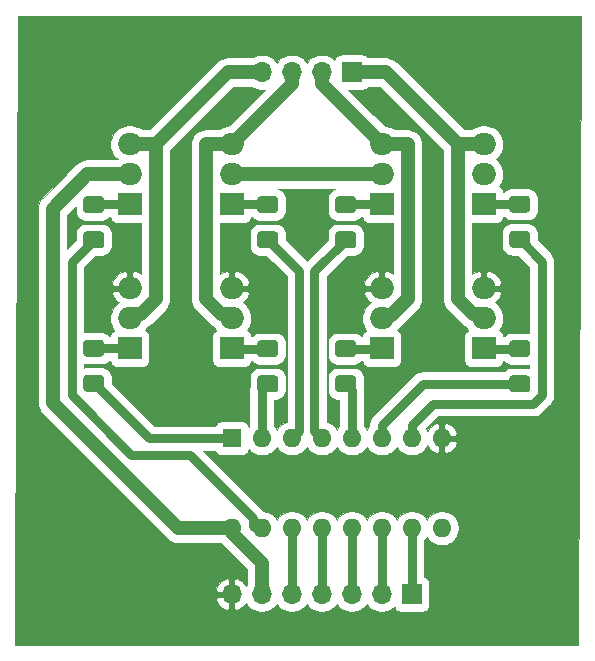
<source format=gbr>
%TF.GenerationSoftware,KiCad,Pcbnew,(5.1.6)-1*%
%TF.CreationDate,2020-10-21T14:31:02+02:00*%
%TF.ProjectId,mostek,6d6f7374-656b-42e6-9b69-6361645f7063,rev?*%
%TF.SameCoordinates,Original*%
%TF.FileFunction,Copper,L1,Top*%
%TF.FilePolarity,Positive*%
%FSLAX46Y46*%
G04 Gerber Fmt 4.6, Leading zero omitted, Abs format (unit mm)*
G04 Created by KiCad (PCBNEW (5.1.6)-1) date 2020-10-21 14:31:02*
%MOMM*%
%LPD*%
G01*
G04 APERTURE LIST*
%TA.AperFunction,ComponentPad*%
%ADD10O,1.700000X1.700000*%
%TD*%
%TA.AperFunction,ComponentPad*%
%ADD11R,1.700000X1.700000*%
%TD*%
%TA.AperFunction,ComponentPad*%
%ADD12O,2.000000X1.905000*%
%TD*%
%TA.AperFunction,ComponentPad*%
%ADD13R,2.000000X1.905000*%
%TD*%
%TA.AperFunction,ComponentPad*%
%ADD14O,1.600000X1.600000*%
%TD*%
%TA.AperFunction,ComponentPad*%
%ADD15R,1.600000X1.600000*%
%TD*%
%TA.AperFunction,Conductor*%
%ADD16C,1.200000*%
%TD*%
%TA.AperFunction,Conductor*%
%ADD17C,0.800000*%
%TD*%
%TA.AperFunction,Conductor*%
%ADD18C,0.100000*%
%TD*%
G04 APERTURE END LIST*
D10*
%TO.P,J2,4*%
%TO.N,Net-(J2-Pad4)*%
X38608000Y-20320000D03*
%TO.P,J2,3*%
%TO.N,Net-(J2-Pad3)*%
X41148000Y-20320000D03*
%TO.P,J2,2*%
%TO.N,Net-(J2-Pad2)*%
X43688000Y-20320000D03*
D11*
%TO.P,J2,1*%
%TO.N,Net-(J2-Pad1)*%
X46228000Y-20320000D03*
%TD*%
D12*
%TO.P,Q2,3*%
%TO.N,GND*%
X27432000Y-38608000D03*
%TO.P,Q2,2*%
%TO.N,Net-(J2-Pad4)*%
X27432000Y-41148000D03*
D13*
%TO.P,Q2,1*%
%TO.N,Net-(Q2-Pad1)*%
X27432000Y-43688000D03*
%TD*%
D10*
%TO.P,J1,7*%
%TO.N,GND*%
X36068000Y-64516000D03*
%TO.P,J1,6*%
%TO.N,VCC*%
X38608000Y-64516000D03*
%TO.P,J1,5*%
%TO.N,Net-(J1-Pad5)*%
X41148000Y-64516000D03*
%TO.P,J1,4*%
%TO.N,Net-(J1-Pad4)*%
X43688000Y-64516000D03*
%TO.P,J1,3*%
%TO.N,Net-(J1-Pad3)*%
X46228000Y-64516000D03*
%TO.P,J1,2*%
%TO.N,Net-(J1-Pad2)*%
X48768000Y-64516000D03*
D11*
%TO.P,J1,1*%
%TO.N,Net-(J1-Pad1)*%
X51308000Y-64516000D03*
%TD*%
D14*
%TO.P,U1,16*%
%TO.N,VCC*%
X36068000Y-58928000D03*
%TO.P,U1,8*%
%TO.N,GND*%
X53848000Y-51308000D03*
%TO.P,U1,15*%
%TO.N,Net-(R1-Pad2)*%
X38608000Y-58928000D03*
%TO.P,U1,7*%
%TO.N,Net-(R8-Pad2)*%
X51308000Y-51308000D03*
%TO.P,U1,14*%
%TO.N,Net-(J1-Pad5)*%
X41148000Y-58928000D03*
%TO.P,U1,6*%
%TO.N,Net-(R7-Pad2)*%
X48768000Y-51308000D03*
%TO.P,U1,13*%
%TO.N,Net-(J1-Pad4)*%
X43688000Y-58928000D03*
%TO.P,U1,5*%
%TO.N,Net-(R6-Pad2)*%
X46228000Y-51308000D03*
%TO.P,U1,12*%
%TO.N,Net-(J1-Pad3)*%
X46228000Y-58928000D03*
%TO.P,U1,4*%
%TO.N,Net-(R5-Pad2)*%
X43688000Y-51308000D03*
%TO.P,U1,11*%
%TO.N,Net-(J1-Pad2)*%
X48768000Y-58928000D03*
%TO.P,U1,3*%
%TO.N,Net-(R4-Pad2)*%
X41148000Y-51308000D03*
%TO.P,U1,10*%
%TO.N,Net-(J1-Pad1)*%
X51308000Y-58928000D03*
%TO.P,U1,2*%
%TO.N,Net-(R3-Pad2)*%
X38608000Y-51308000D03*
%TO.P,U1,9*%
%TO.N,N/C*%
X53848000Y-58928000D03*
D15*
%TO.P,U1,1*%
%TO.N,Net-(R2-Pad2)*%
X36068000Y-51308000D03*
%TD*%
%TO.P,R8,2*%
%TO.N,Net-(R8-Pad2)*%
%TA.AperFunction,SMDPad,CuDef*%
G36*
G01*
X59827000Y-33758500D02*
X61077000Y-33758500D01*
G75*
G02*
X61327000Y-34008500I0J-250000D01*
G01*
X61327000Y-34933500D01*
G75*
G02*
X61077000Y-35183500I-250000J0D01*
G01*
X59827000Y-35183500D01*
G75*
G02*
X59577000Y-34933500I0J250000D01*
G01*
X59577000Y-34008500D01*
G75*
G02*
X59827000Y-33758500I250000J0D01*
G01*
G37*
%TD.AperFunction*%
%TO.P,R8,1*%
%TO.N,Net-(Q7-Pad1)*%
%TA.AperFunction,SMDPad,CuDef*%
G36*
G01*
X59827000Y-30783500D02*
X61077000Y-30783500D01*
G75*
G02*
X61327000Y-31033500I0J-250000D01*
G01*
X61327000Y-31958500D01*
G75*
G02*
X61077000Y-32208500I-250000J0D01*
G01*
X59827000Y-32208500D01*
G75*
G02*
X59577000Y-31958500I0J250000D01*
G01*
X59577000Y-31033500D01*
G75*
G02*
X59827000Y-30783500I250000J0D01*
G01*
G37*
%TD.AperFunction*%
%TD*%
%TO.P,R7,2*%
%TO.N,Net-(R7-Pad2)*%
%TA.AperFunction,SMDPad,CuDef*%
G36*
G01*
X59827000Y-45987000D02*
X61077000Y-45987000D01*
G75*
G02*
X61327000Y-46237000I0J-250000D01*
G01*
X61327000Y-47162000D01*
G75*
G02*
X61077000Y-47412000I-250000J0D01*
G01*
X59827000Y-47412000D01*
G75*
G02*
X59577000Y-47162000I0J250000D01*
G01*
X59577000Y-46237000D01*
G75*
G02*
X59827000Y-45987000I250000J0D01*
G01*
G37*
%TD.AperFunction*%
%TO.P,R7,1*%
%TO.N,Net-(Q8-Pad1)*%
%TA.AperFunction,SMDPad,CuDef*%
G36*
G01*
X59827000Y-43012000D02*
X61077000Y-43012000D01*
G75*
G02*
X61327000Y-43262000I0J-250000D01*
G01*
X61327000Y-44187000D01*
G75*
G02*
X61077000Y-44437000I-250000J0D01*
G01*
X59827000Y-44437000D01*
G75*
G02*
X59577000Y-44187000I0J250000D01*
G01*
X59577000Y-43262000D01*
G75*
G02*
X59827000Y-43012000I250000J0D01*
G01*
G37*
%TD.AperFunction*%
%TD*%
%TO.P,R6,2*%
%TO.N,Net-(R6-Pad2)*%
%TA.AperFunction,SMDPad,CuDef*%
G36*
G01*
X45095000Y-45987000D02*
X46345000Y-45987000D01*
G75*
G02*
X46595000Y-46237000I0J-250000D01*
G01*
X46595000Y-47162000D01*
G75*
G02*
X46345000Y-47412000I-250000J0D01*
G01*
X45095000Y-47412000D01*
G75*
G02*
X44845000Y-47162000I0J250000D01*
G01*
X44845000Y-46237000D01*
G75*
G02*
X45095000Y-45987000I250000J0D01*
G01*
G37*
%TD.AperFunction*%
%TO.P,R6,1*%
%TO.N,Net-(Q6-Pad1)*%
%TA.AperFunction,SMDPad,CuDef*%
G36*
G01*
X45095000Y-43012000D02*
X46345000Y-43012000D01*
G75*
G02*
X46595000Y-43262000I0J-250000D01*
G01*
X46595000Y-44187000D01*
G75*
G02*
X46345000Y-44437000I-250000J0D01*
G01*
X45095000Y-44437000D01*
G75*
G02*
X44845000Y-44187000I0J250000D01*
G01*
X44845000Y-43262000D01*
G75*
G02*
X45095000Y-43012000I250000J0D01*
G01*
G37*
%TD.AperFunction*%
%TD*%
%TO.P,R5,2*%
%TO.N,Net-(R5-Pad2)*%
%TA.AperFunction,SMDPad,CuDef*%
G36*
G01*
X45095000Y-33795000D02*
X46345000Y-33795000D01*
G75*
G02*
X46595000Y-34045000I0J-250000D01*
G01*
X46595000Y-34970000D01*
G75*
G02*
X46345000Y-35220000I-250000J0D01*
G01*
X45095000Y-35220000D01*
G75*
G02*
X44845000Y-34970000I0J250000D01*
G01*
X44845000Y-34045000D01*
G75*
G02*
X45095000Y-33795000I250000J0D01*
G01*
G37*
%TD.AperFunction*%
%TO.P,R5,1*%
%TO.N,Net-(Q5-Pad1)*%
%TA.AperFunction,SMDPad,CuDef*%
G36*
G01*
X45095000Y-30820000D02*
X46345000Y-30820000D01*
G75*
G02*
X46595000Y-31070000I0J-250000D01*
G01*
X46595000Y-31995000D01*
G75*
G02*
X46345000Y-32245000I-250000J0D01*
G01*
X45095000Y-32245000D01*
G75*
G02*
X44845000Y-31995000I0J250000D01*
G01*
X44845000Y-31070000D01*
G75*
G02*
X45095000Y-30820000I250000J0D01*
G01*
G37*
%TD.AperFunction*%
%TD*%
%TO.P,R4,2*%
%TO.N,Net-(R4-Pad2)*%
%TA.AperFunction,SMDPad,CuDef*%
G36*
G01*
X38491000Y-33795000D02*
X39741000Y-33795000D01*
G75*
G02*
X39991000Y-34045000I0J-250000D01*
G01*
X39991000Y-34970000D01*
G75*
G02*
X39741000Y-35220000I-250000J0D01*
G01*
X38491000Y-35220000D01*
G75*
G02*
X38241000Y-34970000I0J250000D01*
G01*
X38241000Y-34045000D01*
G75*
G02*
X38491000Y-33795000I250000J0D01*
G01*
G37*
%TD.AperFunction*%
%TO.P,R4,1*%
%TO.N,Net-(Q3-Pad1)*%
%TA.AperFunction,SMDPad,CuDef*%
G36*
G01*
X38491000Y-30820000D02*
X39741000Y-30820000D01*
G75*
G02*
X39991000Y-31070000I0J-250000D01*
G01*
X39991000Y-31995000D01*
G75*
G02*
X39741000Y-32245000I-250000J0D01*
G01*
X38491000Y-32245000D01*
G75*
G02*
X38241000Y-31995000I0J250000D01*
G01*
X38241000Y-31070000D01*
G75*
G02*
X38491000Y-30820000I250000J0D01*
G01*
G37*
%TD.AperFunction*%
%TD*%
%TO.P,R3,2*%
%TO.N,Net-(R3-Pad2)*%
%TA.AperFunction,SMDPad,CuDef*%
G36*
G01*
X38491000Y-45987000D02*
X39741000Y-45987000D01*
G75*
G02*
X39991000Y-46237000I0J-250000D01*
G01*
X39991000Y-47162000D01*
G75*
G02*
X39741000Y-47412000I-250000J0D01*
G01*
X38491000Y-47412000D01*
G75*
G02*
X38241000Y-47162000I0J250000D01*
G01*
X38241000Y-46237000D01*
G75*
G02*
X38491000Y-45987000I250000J0D01*
G01*
G37*
%TD.AperFunction*%
%TO.P,R3,1*%
%TO.N,Net-(Q4-Pad1)*%
%TA.AperFunction,SMDPad,CuDef*%
G36*
G01*
X38491000Y-43012000D02*
X39741000Y-43012000D01*
G75*
G02*
X39991000Y-43262000I0J-250000D01*
G01*
X39991000Y-44187000D01*
G75*
G02*
X39741000Y-44437000I-250000J0D01*
G01*
X38491000Y-44437000D01*
G75*
G02*
X38241000Y-44187000I0J250000D01*
G01*
X38241000Y-43262000D01*
G75*
G02*
X38491000Y-43012000I250000J0D01*
G01*
G37*
%TD.AperFunction*%
%TD*%
%TO.P,R2,2*%
%TO.N,Net-(R2-Pad2)*%
%TA.AperFunction,SMDPad,CuDef*%
G36*
G01*
X23759000Y-45950500D02*
X25009000Y-45950500D01*
G75*
G02*
X25259000Y-46200500I0J-250000D01*
G01*
X25259000Y-47125500D01*
G75*
G02*
X25009000Y-47375500I-250000J0D01*
G01*
X23759000Y-47375500D01*
G75*
G02*
X23509000Y-47125500I0J250000D01*
G01*
X23509000Y-46200500D01*
G75*
G02*
X23759000Y-45950500I250000J0D01*
G01*
G37*
%TD.AperFunction*%
%TO.P,R2,1*%
%TO.N,Net-(Q2-Pad1)*%
%TA.AperFunction,SMDPad,CuDef*%
G36*
G01*
X23759000Y-42975500D02*
X25009000Y-42975500D01*
G75*
G02*
X25259000Y-43225500I0J-250000D01*
G01*
X25259000Y-44150500D01*
G75*
G02*
X25009000Y-44400500I-250000J0D01*
G01*
X23759000Y-44400500D01*
G75*
G02*
X23509000Y-44150500I0J250000D01*
G01*
X23509000Y-43225500D01*
G75*
G02*
X23759000Y-42975500I250000J0D01*
G01*
G37*
%TD.AperFunction*%
%TD*%
%TO.P,R1,2*%
%TO.N,Net-(R1-Pad2)*%
%TA.AperFunction,SMDPad,CuDef*%
G36*
G01*
X23759000Y-33795000D02*
X25009000Y-33795000D01*
G75*
G02*
X25259000Y-34045000I0J-250000D01*
G01*
X25259000Y-34970000D01*
G75*
G02*
X25009000Y-35220000I-250000J0D01*
G01*
X23759000Y-35220000D01*
G75*
G02*
X23509000Y-34970000I0J250000D01*
G01*
X23509000Y-34045000D01*
G75*
G02*
X23759000Y-33795000I250000J0D01*
G01*
G37*
%TD.AperFunction*%
%TO.P,R1,1*%
%TO.N,Net-(Q1-Pad1)*%
%TA.AperFunction,SMDPad,CuDef*%
G36*
G01*
X23759000Y-30820000D02*
X25009000Y-30820000D01*
G75*
G02*
X25259000Y-31070000I0J-250000D01*
G01*
X25259000Y-31995000D01*
G75*
G02*
X25009000Y-32245000I-250000J0D01*
G01*
X23759000Y-32245000D01*
G75*
G02*
X23509000Y-31995000I0J250000D01*
G01*
X23509000Y-31070000D01*
G75*
G02*
X23759000Y-30820000I250000J0D01*
G01*
G37*
%TD.AperFunction*%
%TD*%
D12*
%TO.P,Q8,3*%
%TO.N,GND*%
X57404000Y-38608000D03*
%TO.P,Q8,2*%
%TO.N,Net-(J2-Pad1)*%
X57404000Y-41148000D03*
D13*
%TO.P,Q8,1*%
%TO.N,Net-(Q8-Pad1)*%
X57404000Y-43688000D03*
%TD*%
D12*
%TO.P,Q7,3*%
%TO.N,Net-(J2-Pad1)*%
X57404000Y-26416000D03*
%TO.P,Q7,2*%
%TO.N,VCC*%
X57404000Y-28956000D03*
D13*
%TO.P,Q7,1*%
%TO.N,Net-(Q7-Pad1)*%
X57404000Y-31496000D03*
%TD*%
D12*
%TO.P,Q6,3*%
%TO.N,GND*%
X48768000Y-38608000D03*
%TO.P,Q6,2*%
%TO.N,Net-(J2-Pad2)*%
X48768000Y-41148000D03*
D13*
%TO.P,Q6,1*%
%TO.N,Net-(Q6-Pad1)*%
X48768000Y-43688000D03*
%TD*%
D12*
%TO.P,Q5,3*%
%TO.N,Net-(J2-Pad2)*%
X48768000Y-26416000D03*
%TO.P,Q5,2*%
%TO.N,VCC*%
X48768000Y-28956000D03*
D13*
%TO.P,Q5,1*%
%TO.N,Net-(Q5-Pad1)*%
X48768000Y-31496000D03*
%TD*%
D12*
%TO.P,Q4,3*%
%TO.N,GND*%
X36068000Y-38608000D03*
%TO.P,Q4,2*%
%TO.N,Net-(J2-Pad3)*%
X36068000Y-41148000D03*
D13*
%TO.P,Q4,1*%
%TO.N,Net-(Q4-Pad1)*%
X36068000Y-43688000D03*
%TD*%
D12*
%TO.P,Q3,3*%
%TO.N,Net-(J2-Pad3)*%
X36068000Y-26416000D03*
%TO.P,Q3,2*%
%TO.N,VCC*%
X36068000Y-28956000D03*
D13*
%TO.P,Q3,1*%
%TO.N,Net-(Q3-Pad1)*%
X36068000Y-31496000D03*
%TD*%
D12*
%TO.P,Q1,3*%
%TO.N,Net-(J2-Pad4)*%
X27432000Y-26416000D03*
%TO.P,Q1,2*%
%TO.N,VCC*%
X27432000Y-28956000D03*
D13*
%TO.P,Q1,1*%
%TO.N,Net-(Q1-Pad1)*%
X27432000Y-31496000D03*
%TD*%
D16*
%TO.N,VCC*%
X36068000Y-28956000D02*
X48768000Y-28956000D01*
X36068000Y-59348002D02*
X36068000Y-58928000D01*
X38608000Y-61888002D02*
X36068000Y-59348002D01*
X38608000Y-64516000D02*
X38608000Y-61888002D01*
X31530961Y-58928000D02*
X36068000Y-58928000D01*
X20908980Y-48306019D02*
X31530961Y-58928000D01*
X20908980Y-31869394D02*
X20908980Y-48306019D01*
X23822374Y-28956000D02*
X20908980Y-31869394D01*
X27432000Y-28956000D02*
X23822374Y-28956000D01*
D17*
%TO.N,Net-(J1-Pad5)*%
X41148000Y-58928000D02*
X41148000Y-64516000D01*
%TO.N,Net-(J1-Pad4)*%
X43688000Y-64516000D02*
X43688000Y-58928000D01*
%TO.N,Net-(J1-Pad3)*%
X46228000Y-64516000D02*
X46228000Y-58928000D01*
%TO.N,Net-(J1-Pad2)*%
X48768000Y-64516000D02*
X48768000Y-58928000D01*
%TO.N,Net-(J1-Pad1)*%
X51308000Y-64516000D02*
X51308000Y-58928000D01*
%TO.N,Net-(Q1-Pad1)*%
X24420500Y-31496000D02*
X24384000Y-31532500D01*
X27432000Y-31496000D02*
X24420500Y-31496000D01*
%TO.N,Net-(Q2-Pad1)*%
X27432000Y-43688000D02*
X24384000Y-43688000D01*
%TO.N,Net-(Q3-Pad1)*%
X39079500Y-31496000D02*
X39116000Y-31532500D01*
X36068000Y-31496000D02*
X39079500Y-31496000D01*
%TO.N,Net-(Q4-Pad1)*%
X36104500Y-43724500D02*
X36068000Y-43688000D01*
X39116000Y-43724500D02*
X36104500Y-43724500D01*
%TO.N,Net-(Q5-Pad1)*%
X45756500Y-31496000D02*
X45720000Y-31532500D01*
X48768000Y-31496000D02*
X45756500Y-31496000D01*
%TO.N,Net-(Q6-Pad1)*%
X48731500Y-43724500D02*
X48768000Y-43688000D01*
X45720000Y-43724500D02*
X48731500Y-43724500D01*
%TO.N,Net-(Q7-Pad1)*%
X60452000Y-31496000D02*
X57404000Y-31496000D01*
%TO.N,Net-(Q8-Pad1)*%
X57440500Y-43724500D02*
X57404000Y-43688000D01*
X60452000Y-43724500D02*
X57440500Y-43724500D01*
%TO.N,Net-(R1-Pad2)*%
X22508990Y-47643274D02*
X22508990Y-36382510D01*
X27573726Y-52708010D02*
X22508990Y-47643274D01*
X32512012Y-52708010D02*
X27573726Y-52708010D01*
X37868001Y-58696001D02*
X37868001Y-58063999D01*
X22508990Y-36382510D02*
X24384000Y-34507500D01*
X38100000Y-58928000D02*
X37868001Y-58696001D01*
X37868001Y-58063999D02*
X32512012Y-52708010D01*
X38608000Y-58928000D02*
X38100000Y-58928000D01*
%TO.N,Net-(R2-Pad2)*%
X29029000Y-51308000D02*
X24384000Y-46663000D01*
X36068000Y-51308000D02*
X29029000Y-51308000D01*
%TO.N,Net-(R3-Pad2)*%
X38608000Y-47207500D02*
X39116000Y-46699500D01*
X38608000Y-51308000D02*
X38608000Y-47207500D01*
%TO.N,Net-(R4-Pad2)*%
X41783000Y-37174500D02*
X39116000Y-34507500D01*
X41148000Y-51308000D02*
X41783000Y-50673000D01*
X41783000Y-50673000D02*
X41783000Y-37174500D01*
%TO.N,Net-(R5-Pad2)*%
X43053000Y-37174500D02*
X45720000Y-34507500D01*
X43688000Y-51308000D02*
X43053000Y-50673000D01*
X43053000Y-50673000D02*
X43053000Y-37174500D01*
%TO.N,Net-(R6-Pad2)*%
X46228000Y-47207500D02*
X45720000Y-46699500D01*
X46228000Y-51308000D02*
X46228000Y-47207500D01*
%TO.N,Net-(R7-Pad2)*%
X52245130Y-46699500D02*
X60452000Y-46699500D01*
X48768000Y-50176630D02*
X52245130Y-46699500D01*
X48768000Y-51308000D02*
X48768000Y-50176630D01*
%TO.N,Net-(R8-Pad2)*%
X62327010Y-36346010D02*
X60452000Y-34471000D01*
X62327010Y-47679774D02*
X62327010Y-36346010D01*
X61594774Y-48412010D02*
X62327010Y-47679774D01*
X53072620Y-48412010D02*
X61594774Y-48412010D01*
X51308000Y-50176630D02*
X53072620Y-48412010D01*
X51308000Y-51308000D02*
X51308000Y-50176630D01*
D16*
%TO.N,Net-(J2-Pad2)*%
X50968000Y-26416000D02*
X48768000Y-26416000D01*
X50968010Y-26416010D02*
X50968000Y-26416000D01*
X50968010Y-39499598D02*
X50968010Y-26416010D01*
X49319608Y-41148000D02*
X50968010Y-39499598D01*
X48768000Y-41148000D02*
X49319608Y-41148000D01*
X43688000Y-21336000D02*
X43688000Y-20320000D01*
X48768000Y-26416000D02*
X43688000Y-21336000D01*
%TO.N,Net-(J2-Pad1)*%
X55204000Y-26416000D02*
X57404000Y-26416000D01*
X55203990Y-26416010D02*
X55204000Y-26416000D01*
X55203990Y-39499598D02*
X55203990Y-26416010D01*
X56464902Y-40760510D02*
X55203990Y-39499598D01*
X57016510Y-40760510D02*
X56464902Y-40760510D01*
X57404000Y-41148000D02*
X57016510Y-40760510D01*
X49107980Y-20320000D02*
X55203990Y-26416010D01*
X46228000Y-20320000D02*
X49107980Y-20320000D01*
%TO.N,Net-(J2-Pad4)*%
X29632000Y-26416000D02*
X27432000Y-26416000D01*
X29632010Y-26416010D02*
X29632000Y-26416000D01*
X29632010Y-39499598D02*
X29632010Y-26416010D01*
X27819490Y-40760510D02*
X28371098Y-40760510D01*
X28371098Y-40760510D02*
X29632010Y-39499598D01*
X27432000Y-41148000D02*
X27819490Y-40760510D01*
X35728020Y-20320000D02*
X38608000Y-20320000D01*
X29632010Y-26416010D02*
X35728020Y-20320000D01*
%TO.N,Net-(J2-Pad3)*%
X33867990Y-26416010D02*
X33868000Y-26416000D01*
X33867990Y-39499598D02*
X33867990Y-26416010D01*
X35128902Y-40760510D02*
X33867990Y-39499598D01*
X33868000Y-26416000D02*
X36068000Y-26416000D01*
X35680510Y-40760510D02*
X35128902Y-40760510D01*
X36068000Y-41148000D02*
X35680510Y-40760510D01*
X41148000Y-21336000D02*
X41148000Y-20320000D01*
X36068000Y-26416000D02*
X41148000Y-21336000D01*
%TD*%
D18*
%TO.N,GND*%
G36*
X65355238Y-68784000D02*
G01*
X17703238Y-68784000D01*
X17721588Y-64930301D01*
X34730698Y-64930301D01*
X34837220Y-65183235D01*
X34991040Y-65410528D01*
X35186247Y-65603444D01*
X35415339Y-65754571D01*
X35653700Y-65853295D01*
X35868000Y-65762558D01*
X35868000Y-64716000D01*
X34819851Y-64716000D01*
X34730698Y-64930301D01*
X17721588Y-64930301D01*
X17725533Y-64101699D01*
X34730698Y-64101699D01*
X34819851Y-64316000D01*
X35868000Y-64316000D01*
X35868000Y-63269442D01*
X35653700Y-63178705D01*
X35415339Y-63277429D01*
X35186247Y-63428556D01*
X34991040Y-63621472D01*
X34837220Y-63848765D01*
X34730698Y-64101699D01*
X17725533Y-64101699D01*
X17879021Y-31869394D01*
X19652933Y-31869394D01*
X19658980Y-31930792D01*
X19658981Y-48244611D01*
X19652933Y-48306019D01*
X19677067Y-48551061D01*
X19748543Y-48786687D01*
X19802573Y-48887770D01*
X19864615Y-49003842D01*
X20020821Y-49194179D01*
X20068518Y-49233323D01*
X30603657Y-59768463D01*
X30642801Y-59816160D01*
X30833138Y-59972366D01*
X31050292Y-60088437D01*
X31285918Y-60159913D01*
X31530961Y-60184048D01*
X31592366Y-60178000D01*
X35132108Y-60178000D01*
X35179840Y-60236162D01*
X35227543Y-60275311D01*
X37358001Y-62405770D01*
X37358000Y-63686828D01*
X37278717Y-63805483D01*
X37275213Y-63813942D01*
X37144960Y-63621472D01*
X36949753Y-63428556D01*
X36720661Y-63277429D01*
X36482300Y-63178705D01*
X36268000Y-63269442D01*
X36268000Y-64316000D01*
X36288000Y-64316000D01*
X36288000Y-64716000D01*
X36268000Y-64716000D01*
X36268000Y-65762558D01*
X36482300Y-65853295D01*
X36720661Y-65754571D01*
X36949753Y-65603444D01*
X37144960Y-65410528D01*
X37275213Y-65218058D01*
X37278717Y-65226517D01*
X37442874Y-65472194D01*
X37651806Y-65681126D01*
X37897483Y-65845283D01*
X38170466Y-65958356D01*
X38460263Y-66016000D01*
X38755737Y-66016000D01*
X39045534Y-65958356D01*
X39318517Y-65845283D01*
X39564194Y-65681126D01*
X39773126Y-65472194D01*
X39878000Y-65315240D01*
X39982874Y-65472194D01*
X40191806Y-65681126D01*
X40437483Y-65845283D01*
X40710466Y-65958356D01*
X41000263Y-66016000D01*
X41295737Y-66016000D01*
X41585534Y-65958356D01*
X41858517Y-65845283D01*
X42104194Y-65681126D01*
X42313126Y-65472194D01*
X42418000Y-65315240D01*
X42522874Y-65472194D01*
X42731806Y-65681126D01*
X42977483Y-65845283D01*
X43250466Y-65958356D01*
X43540263Y-66016000D01*
X43835737Y-66016000D01*
X44125534Y-65958356D01*
X44398517Y-65845283D01*
X44644194Y-65681126D01*
X44853126Y-65472194D01*
X44958000Y-65315240D01*
X45062874Y-65472194D01*
X45271806Y-65681126D01*
X45517483Y-65845283D01*
X45790466Y-65958356D01*
X46080263Y-66016000D01*
X46375737Y-66016000D01*
X46665534Y-65958356D01*
X46938517Y-65845283D01*
X47184194Y-65681126D01*
X47393126Y-65472194D01*
X47498000Y-65315240D01*
X47602874Y-65472194D01*
X47811806Y-65681126D01*
X48057483Y-65845283D01*
X48330466Y-65958356D01*
X48620263Y-66016000D01*
X48915737Y-66016000D01*
X49205534Y-65958356D01*
X49478517Y-65845283D01*
X49724194Y-65681126D01*
X49839398Y-65565922D01*
X49854573Y-65615948D01*
X49914930Y-65728868D01*
X49996157Y-65827843D01*
X50095132Y-65909070D01*
X50208052Y-65969427D01*
X50330578Y-66006595D01*
X50458000Y-66019145D01*
X52158000Y-66019145D01*
X52285422Y-66006595D01*
X52407948Y-65969427D01*
X52520868Y-65909070D01*
X52619843Y-65827843D01*
X52701070Y-65728868D01*
X52761427Y-65615948D01*
X52798595Y-65493422D01*
X52811145Y-65366000D01*
X52811145Y-63666000D01*
X52798595Y-63538578D01*
X52761427Y-63416052D01*
X52701070Y-63303132D01*
X52619843Y-63204157D01*
X52520868Y-63122930D01*
X52407948Y-63062573D01*
X52358000Y-63047421D01*
X52358000Y-59928610D01*
X52434289Y-59852321D01*
X52578000Y-59637242D01*
X52721711Y-59852321D01*
X52923679Y-60054289D01*
X53161167Y-60212973D01*
X53425051Y-60322277D01*
X53705187Y-60378000D01*
X53990813Y-60378000D01*
X54270949Y-60322277D01*
X54534833Y-60212973D01*
X54772321Y-60054289D01*
X54974289Y-59852321D01*
X55132973Y-59614833D01*
X55242277Y-59350949D01*
X55298000Y-59070813D01*
X55298000Y-58785187D01*
X55242277Y-58505051D01*
X55132973Y-58241167D01*
X54974289Y-58003679D01*
X54772321Y-57801711D01*
X54534833Y-57643027D01*
X54270949Y-57533723D01*
X53990813Y-57478000D01*
X53705187Y-57478000D01*
X53425051Y-57533723D01*
X53161167Y-57643027D01*
X52923679Y-57801711D01*
X52721711Y-58003679D01*
X52578000Y-58218758D01*
X52434289Y-58003679D01*
X52232321Y-57801711D01*
X51994833Y-57643027D01*
X51730949Y-57533723D01*
X51450813Y-57478000D01*
X51165187Y-57478000D01*
X50885051Y-57533723D01*
X50621167Y-57643027D01*
X50383679Y-57801711D01*
X50181711Y-58003679D01*
X50038000Y-58218758D01*
X49894289Y-58003679D01*
X49692321Y-57801711D01*
X49454833Y-57643027D01*
X49190949Y-57533723D01*
X48910813Y-57478000D01*
X48625187Y-57478000D01*
X48345051Y-57533723D01*
X48081167Y-57643027D01*
X47843679Y-57801711D01*
X47641711Y-58003679D01*
X47498000Y-58218758D01*
X47354289Y-58003679D01*
X47152321Y-57801711D01*
X46914833Y-57643027D01*
X46650949Y-57533723D01*
X46370813Y-57478000D01*
X46085187Y-57478000D01*
X45805051Y-57533723D01*
X45541167Y-57643027D01*
X45303679Y-57801711D01*
X45101711Y-58003679D01*
X44958000Y-58218758D01*
X44814289Y-58003679D01*
X44612321Y-57801711D01*
X44374833Y-57643027D01*
X44110949Y-57533723D01*
X43830813Y-57478000D01*
X43545187Y-57478000D01*
X43265051Y-57533723D01*
X43001167Y-57643027D01*
X42763679Y-57801711D01*
X42561711Y-58003679D01*
X42418000Y-58218758D01*
X42274289Y-58003679D01*
X42072321Y-57801711D01*
X41834833Y-57643027D01*
X41570949Y-57533723D01*
X41290813Y-57478000D01*
X41005187Y-57478000D01*
X40725051Y-57533723D01*
X40461167Y-57643027D01*
X40223679Y-57801711D01*
X40021711Y-58003679D01*
X39878000Y-58218758D01*
X39734289Y-58003679D01*
X39532321Y-57801711D01*
X39294833Y-57643027D01*
X39030949Y-57533723D01*
X38750813Y-57478000D01*
X38745360Y-57478000D01*
X38745268Y-57477828D01*
X38728347Y-57457210D01*
X38646934Y-57358007D01*
X38646929Y-57358002D01*
X38614055Y-57317945D01*
X38573998Y-57285071D01*
X33646925Y-52358000D01*
X34664601Y-52358000D01*
X34724930Y-52470868D01*
X34806157Y-52569843D01*
X34905132Y-52651070D01*
X35018052Y-52711427D01*
X35140578Y-52748595D01*
X35268000Y-52761145D01*
X36868000Y-52761145D01*
X36995422Y-52748595D01*
X37117948Y-52711427D01*
X37230868Y-52651070D01*
X37329843Y-52569843D01*
X37411070Y-52470868D01*
X37471427Y-52357948D01*
X37503060Y-52253670D01*
X37683679Y-52434289D01*
X37921167Y-52592973D01*
X38185051Y-52702277D01*
X38465187Y-52758000D01*
X38750813Y-52758000D01*
X39030949Y-52702277D01*
X39294833Y-52592973D01*
X39532321Y-52434289D01*
X39734289Y-52232321D01*
X39878000Y-52017242D01*
X40021711Y-52232321D01*
X40223679Y-52434289D01*
X40461167Y-52592973D01*
X40725051Y-52702277D01*
X41005187Y-52758000D01*
X41290813Y-52758000D01*
X41570949Y-52702277D01*
X41834833Y-52592973D01*
X42072321Y-52434289D01*
X42274289Y-52232321D01*
X42418000Y-52017242D01*
X42561711Y-52232321D01*
X42763679Y-52434289D01*
X43001167Y-52592973D01*
X43265051Y-52702277D01*
X43545187Y-52758000D01*
X43830813Y-52758000D01*
X44110949Y-52702277D01*
X44374833Y-52592973D01*
X44612321Y-52434289D01*
X44814289Y-52232321D01*
X44958000Y-52017242D01*
X45101711Y-52232321D01*
X45303679Y-52434289D01*
X45541167Y-52592973D01*
X45805051Y-52702277D01*
X46085187Y-52758000D01*
X46370813Y-52758000D01*
X46650949Y-52702277D01*
X46914833Y-52592973D01*
X47152321Y-52434289D01*
X47354289Y-52232321D01*
X47498000Y-52017242D01*
X47641711Y-52232321D01*
X47843679Y-52434289D01*
X48081167Y-52592973D01*
X48345051Y-52702277D01*
X48625187Y-52758000D01*
X48910813Y-52758000D01*
X49190949Y-52702277D01*
X49454833Y-52592973D01*
X49692321Y-52434289D01*
X49894289Y-52232321D01*
X50038000Y-52017242D01*
X50181711Y-52232321D01*
X50383679Y-52434289D01*
X50621167Y-52592973D01*
X50885051Y-52702277D01*
X51165187Y-52758000D01*
X51450813Y-52758000D01*
X51730949Y-52702277D01*
X51994833Y-52592973D01*
X52232321Y-52434289D01*
X52434289Y-52232321D01*
X52592973Y-51994833D01*
X52636042Y-51890855D01*
X52664634Y-51957743D01*
X52814131Y-52176122D01*
X53003359Y-52361139D01*
X53225046Y-52505685D01*
X53441606Y-52595379D01*
X53648000Y-52503891D01*
X53648000Y-51508000D01*
X54048000Y-51508000D01*
X54048000Y-52503891D01*
X54254394Y-52595379D01*
X54470954Y-52505685D01*
X54692641Y-52361139D01*
X54881869Y-52176122D01*
X55031366Y-51957743D01*
X55135387Y-51714395D01*
X55045611Y-51508000D01*
X54048000Y-51508000D01*
X53648000Y-51508000D01*
X53628000Y-51508000D01*
X53628000Y-51108000D01*
X53648000Y-51108000D01*
X53648000Y-50112109D01*
X54048000Y-50112109D01*
X54048000Y-51108000D01*
X55045611Y-51108000D01*
X55135387Y-50901605D01*
X55031366Y-50658257D01*
X54881869Y-50439878D01*
X54692641Y-50254861D01*
X54470954Y-50110315D01*
X54254394Y-50020621D01*
X54048000Y-50112109D01*
X53648000Y-50112109D01*
X53441606Y-50020621D01*
X53225046Y-50110315D01*
X53003359Y-50254861D01*
X52814131Y-50439878D01*
X52664634Y-50658257D01*
X52636042Y-50725145D01*
X52592973Y-50621167D01*
X52495005Y-50474548D01*
X53507544Y-49462010D01*
X61543206Y-49462010D01*
X61594774Y-49467089D01*
X61646342Y-49462010D01*
X61646352Y-49462010D01*
X61800610Y-49446817D01*
X61998536Y-49386777D01*
X62180945Y-49289277D01*
X62340828Y-49158064D01*
X62373711Y-49117997D01*
X63033006Y-48458703D01*
X63073064Y-48425828D01*
X63105938Y-48385771D01*
X63105943Y-48385766D01*
X63204277Y-48265946D01*
X63301777Y-48083536D01*
X63328210Y-47996397D01*
X63361817Y-47885610D01*
X63377010Y-47731352D01*
X63377010Y-47731343D01*
X63382089Y-47679775D01*
X63377010Y-47628207D01*
X63377010Y-36397581D01*
X63382089Y-36346010D01*
X63377010Y-36294439D01*
X63377010Y-36294432D01*
X63361817Y-36140174D01*
X63301777Y-35942248D01*
X63204277Y-35759839D01*
X63073064Y-35599956D01*
X63033001Y-35567077D01*
X61980145Y-34514222D01*
X61980145Y-34008500D01*
X61962791Y-33832305D01*
X61911397Y-33662881D01*
X61827938Y-33506740D01*
X61715620Y-33369880D01*
X61578760Y-33257562D01*
X61422619Y-33174103D01*
X61253195Y-33122709D01*
X61077000Y-33105355D01*
X59827000Y-33105355D01*
X59650805Y-33122709D01*
X59481381Y-33174103D01*
X59325240Y-33257562D01*
X59188380Y-33369880D01*
X59076062Y-33506740D01*
X58992603Y-33662881D01*
X58941209Y-33832305D01*
X58923855Y-34008500D01*
X58923855Y-34933500D01*
X58941209Y-35109695D01*
X58992603Y-35279119D01*
X59076062Y-35435260D01*
X59188380Y-35572120D01*
X59325240Y-35684438D01*
X59481381Y-35767897D01*
X59650805Y-35819291D01*
X59827000Y-35836645D01*
X60332722Y-35836645D01*
X61277011Y-36780935D01*
X61277010Y-42383433D01*
X61253195Y-42376209D01*
X61077000Y-42358855D01*
X59827000Y-42358855D01*
X59650805Y-42376209D01*
X59481381Y-42427603D01*
X59325240Y-42511062D01*
X59188380Y-42623380D01*
X59146427Y-42674500D01*
X59051137Y-42674500D01*
X59044595Y-42608078D01*
X59007427Y-42485552D01*
X58947070Y-42372632D01*
X58865843Y-42273657D01*
X58766868Y-42192430D01*
X58697744Y-42155482D01*
X58790376Y-42042609D01*
X58939180Y-41764217D01*
X59030812Y-41462145D01*
X59061753Y-41148000D01*
X59030812Y-40833855D01*
X58939180Y-40531783D01*
X58790376Y-40253391D01*
X58590121Y-40009379D01*
X58346784Y-39809678D01*
X58361263Y-39800732D01*
X58576473Y-39600328D01*
X58748451Y-39361789D01*
X58870587Y-39094283D01*
X58891008Y-39038489D01*
X58801768Y-38808000D01*
X57604000Y-38808000D01*
X57604000Y-38828000D01*
X57204000Y-38828000D01*
X57204000Y-38808000D01*
X57184000Y-38808000D01*
X57184000Y-38408000D01*
X57204000Y-38408000D01*
X57204000Y-37253179D01*
X57604000Y-37253179D01*
X57604000Y-38408000D01*
X58801768Y-38408000D01*
X58891008Y-38177511D01*
X58870587Y-38121717D01*
X58748451Y-37854211D01*
X58576473Y-37615672D01*
X58361263Y-37415268D01*
X58111092Y-37260700D01*
X57835573Y-37157908D01*
X57604000Y-37253179D01*
X57204000Y-37253179D01*
X56972427Y-37157908D01*
X56696908Y-37260700D01*
X56453990Y-37410787D01*
X56453990Y-33101645D01*
X58404000Y-33101645D01*
X58531422Y-33089095D01*
X58653948Y-33051927D01*
X58766868Y-32991570D01*
X58865843Y-32910343D01*
X58947070Y-32811368D01*
X59007427Y-32698448D01*
X59044595Y-32575922D01*
X59047542Y-32546000D01*
X59146427Y-32546000D01*
X59188380Y-32597120D01*
X59325240Y-32709438D01*
X59481381Y-32792897D01*
X59650805Y-32844291D01*
X59827000Y-32861645D01*
X61077000Y-32861645D01*
X61253195Y-32844291D01*
X61422619Y-32792897D01*
X61578760Y-32709438D01*
X61715620Y-32597120D01*
X61827938Y-32460260D01*
X61911397Y-32304119D01*
X61962791Y-32134695D01*
X61980145Y-31958500D01*
X61980145Y-31033500D01*
X61962791Y-30857305D01*
X61911397Y-30687881D01*
X61827938Y-30531740D01*
X61715620Y-30394880D01*
X61578760Y-30282562D01*
X61422619Y-30199103D01*
X61253195Y-30147709D01*
X61077000Y-30130355D01*
X59827000Y-30130355D01*
X59650805Y-30147709D01*
X59481381Y-30199103D01*
X59325240Y-30282562D01*
X59188380Y-30394880D01*
X59146427Y-30446000D01*
X59047542Y-30446000D01*
X59044595Y-30416078D01*
X59007427Y-30293552D01*
X58947070Y-30180632D01*
X58865843Y-30081657D01*
X58766868Y-30000430D01*
X58697744Y-29963482D01*
X58790376Y-29850609D01*
X58939180Y-29572217D01*
X59030812Y-29270145D01*
X59061753Y-28956000D01*
X59030812Y-28641855D01*
X58939180Y-28339783D01*
X58790376Y-28061391D01*
X58590121Y-27817379D01*
X58430035Y-27686000D01*
X58590121Y-27554621D01*
X58790376Y-27310609D01*
X58939180Y-27032217D01*
X59030812Y-26730145D01*
X59061753Y-26416000D01*
X59030812Y-26101855D01*
X58939180Y-25799783D01*
X58790376Y-25521391D01*
X58590121Y-25277379D01*
X58346109Y-25077124D01*
X58067717Y-24928320D01*
X57765645Y-24836688D01*
X57530216Y-24813500D01*
X57277784Y-24813500D01*
X57042355Y-24836688D01*
X56740283Y-24928320D01*
X56461891Y-25077124D01*
X56353595Y-25166000D01*
X55721747Y-25166000D01*
X50035289Y-19479543D01*
X49996140Y-19431840D01*
X49805803Y-19275634D01*
X49588649Y-19159563D01*
X49353023Y-19088087D01*
X49169385Y-19070000D01*
X49169378Y-19070000D01*
X49107980Y-19063953D01*
X49046582Y-19070000D01*
X47590596Y-19070000D01*
X47539843Y-19008157D01*
X47440868Y-18926930D01*
X47327948Y-18866573D01*
X47205422Y-18829405D01*
X47078000Y-18816855D01*
X45378000Y-18816855D01*
X45250578Y-18829405D01*
X45128052Y-18866573D01*
X45015132Y-18926930D01*
X44916157Y-19008157D01*
X44834930Y-19107132D01*
X44774573Y-19220052D01*
X44759398Y-19270078D01*
X44644194Y-19154874D01*
X44398517Y-18990717D01*
X44125534Y-18877644D01*
X43835737Y-18820000D01*
X43540263Y-18820000D01*
X43250466Y-18877644D01*
X42977483Y-18990717D01*
X42731806Y-19154874D01*
X42522874Y-19363806D01*
X42418000Y-19520760D01*
X42313126Y-19363806D01*
X42104194Y-19154874D01*
X41858517Y-18990717D01*
X41585534Y-18877644D01*
X41295737Y-18820000D01*
X41000263Y-18820000D01*
X40710466Y-18877644D01*
X40437483Y-18990717D01*
X40191806Y-19154874D01*
X39982874Y-19363806D01*
X39878000Y-19520760D01*
X39773126Y-19363806D01*
X39564194Y-19154874D01*
X39318517Y-18990717D01*
X39045534Y-18877644D01*
X38755737Y-18820000D01*
X38460263Y-18820000D01*
X38170466Y-18877644D01*
X37897483Y-18990717D01*
X37778828Y-19070000D01*
X35789417Y-19070000D01*
X35728019Y-19063953D01*
X35666621Y-19070000D01*
X35666615Y-19070000D01*
X35482977Y-19088087D01*
X35247351Y-19159563D01*
X35030197Y-19275634D01*
X34839860Y-19431840D01*
X34800716Y-19479537D01*
X29114254Y-25166000D01*
X28482405Y-25166000D01*
X28374109Y-25077124D01*
X28095717Y-24928320D01*
X27793645Y-24836688D01*
X27558216Y-24813500D01*
X27305784Y-24813500D01*
X27070355Y-24836688D01*
X26768283Y-24928320D01*
X26489891Y-25077124D01*
X26245879Y-25277379D01*
X26045624Y-25521391D01*
X25896820Y-25799783D01*
X25805188Y-26101855D01*
X25774247Y-26416000D01*
X25805188Y-26730145D01*
X25896820Y-27032217D01*
X26045624Y-27310609D01*
X26245879Y-27554621D01*
X26405965Y-27686000D01*
X26381595Y-27706000D01*
X23883771Y-27706000D01*
X23822373Y-27699953D01*
X23760975Y-27706000D01*
X23760969Y-27706000D01*
X23602912Y-27721567D01*
X23577330Y-27724087D01*
X23522490Y-27740723D01*
X23341705Y-27795563D01*
X23124551Y-27911634D01*
X22934214Y-28067840D01*
X22895070Y-28115537D01*
X20068523Y-30942085D01*
X20020820Y-30981234D01*
X19864614Y-31171572D01*
X19748543Y-31388726D01*
X19677067Y-31624352D01*
X19658980Y-31807990D01*
X19658980Y-31807996D01*
X19652933Y-31869394D01*
X17879021Y-31869394D01*
X17956762Y-15544000D01*
X65608762Y-15544000D01*
X65355238Y-68784000D01*
G37*
X65355238Y-68784000D02*
X17703238Y-68784000D01*
X17721588Y-64930301D01*
X34730698Y-64930301D01*
X34837220Y-65183235D01*
X34991040Y-65410528D01*
X35186247Y-65603444D01*
X35415339Y-65754571D01*
X35653700Y-65853295D01*
X35868000Y-65762558D01*
X35868000Y-64716000D01*
X34819851Y-64716000D01*
X34730698Y-64930301D01*
X17721588Y-64930301D01*
X17725533Y-64101699D01*
X34730698Y-64101699D01*
X34819851Y-64316000D01*
X35868000Y-64316000D01*
X35868000Y-63269442D01*
X35653700Y-63178705D01*
X35415339Y-63277429D01*
X35186247Y-63428556D01*
X34991040Y-63621472D01*
X34837220Y-63848765D01*
X34730698Y-64101699D01*
X17725533Y-64101699D01*
X17879021Y-31869394D01*
X19652933Y-31869394D01*
X19658980Y-31930792D01*
X19658981Y-48244611D01*
X19652933Y-48306019D01*
X19677067Y-48551061D01*
X19748543Y-48786687D01*
X19802573Y-48887770D01*
X19864615Y-49003842D01*
X20020821Y-49194179D01*
X20068518Y-49233323D01*
X30603657Y-59768463D01*
X30642801Y-59816160D01*
X30833138Y-59972366D01*
X31050292Y-60088437D01*
X31285918Y-60159913D01*
X31530961Y-60184048D01*
X31592366Y-60178000D01*
X35132108Y-60178000D01*
X35179840Y-60236162D01*
X35227543Y-60275311D01*
X37358001Y-62405770D01*
X37358000Y-63686828D01*
X37278717Y-63805483D01*
X37275213Y-63813942D01*
X37144960Y-63621472D01*
X36949753Y-63428556D01*
X36720661Y-63277429D01*
X36482300Y-63178705D01*
X36268000Y-63269442D01*
X36268000Y-64316000D01*
X36288000Y-64316000D01*
X36288000Y-64716000D01*
X36268000Y-64716000D01*
X36268000Y-65762558D01*
X36482300Y-65853295D01*
X36720661Y-65754571D01*
X36949753Y-65603444D01*
X37144960Y-65410528D01*
X37275213Y-65218058D01*
X37278717Y-65226517D01*
X37442874Y-65472194D01*
X37651806Y-65681126D01*
X37897483Y-65845283D01*
X38170466Y-65958356D01*
X38460263Y-66016000D01*
X38755737Y-66016000D01*
X39045534Y-65958356D01*
X39318517Y-65845283D01*
X39564194Y-65681126D01*
X39773126Y-65472194D01*
X39878000Y-65315240D01*
X39982874Y-65472194D01*
X40191806Y-65681126D01*
X40437483Y-65845283D01*
X40710466Y-65958356D01*
X41000263Y-66016000D01*
X41295737Y-66016000D01*
X41585534Y-65958356D01*
X41858517Y-65845283D01*
X42104194Y-65681126D01*
X42313126Y-65472194D01*
X42418000Y-65315240D01*
X42522874Y-65472194D01*
X42731806Y-65681126D01*
X42977483Y-65845283D01*
X43250466Y-65958356D01*
X43540263Y-66016000D01*
X43835737Y-66016000D01*
X44125534Y-65958356D01*
X44398517Y-65845283D01*
X44644194Y-65681126D01*
X44853126Y-65472194D01*
X44958000Y-65315240D01*
X45062874Y-65472194D01*
X45271806Y-65681126D01*
X45517483Y-65845283D01*
X45790466Y-65958356D01*
X46080263Y-66016000D01*
X46375737Y-66016000D01*
X46665534Y-65958356D01*
X46938517Y-65845283D01*
X47184194Y-65681126D01*
X47393126Y-65472194D01*
X47498000Y-65315240D01*
X47602874Y-65472194D01*
X47811806Y-65681126D01*
X48057483Y-65845283D01*
X48330466Y-65958356D01*
X48620263Y-66016000D01*
X48915737Y-66016000D01*
X49205534Y-65958356D01*
X49478517Y-65845283D01*
X49724194Y-65681126D01*
X49839398Y-65565922D01*
X49854573Y-65615948D01*
X49914930Y-65728868D01*
X49996157Y-65827843D01*
X50095132Y-65909070D01*
X50208052Y-65969427D01*
X50330578Y-66006595D01*
X50458000Y-66019145D01*
X52158000Y-66019145D01*
X52285422Y-66006595D01*
X52407948Y-65969427D01*
X52520868Y-65909070D01*
X52619843Y-65827843D01*
X52701070Y-65728868D01*
X52761427Y-65615948D01*
X52798595Y-65493422D01*
X52811145Y-65366000D01*
X52811145Y-63666000D01*
X52798595Y-63538578D01*
X52761427Y-63416052D01*
X52701070Y-63303132D01*
X52619843Y-63204157D01*
X52520868Y-63122930D01*
X52407948Y-63062573D01*
X52358000Y-63047421D01*
X52358000Y-59928610D01*
X52434289Y-59852321D01*
X52578000Y-59637242D01*
X52721711Y-59852321D01*
X52923679Y-60054289D01*
X53161167Y-60212973D01*
X53425051Y-60322277D01*
X53705187Y-60378000D01*
X53990813Y-60378000D01*
X54270949Y-60322277D01*
X54534833Y-60212973D01*
X54772321Y-60054289D01*
X54974289Y-59852321D01*
X55132973Y-59614833D01*
X55242277Y-59350949D01*
X55298000Y-59070813D01*
X55298000Y-58785187D01*
X55242277Y-58505051D01*
X55132973Y-58241167D01*
X54974289Y-58003679D01*
X54772321Y-57801711D01*
X54534833Y-57643027D01*
X54270949Y-57533723D01*
X53990813Y-57478000D01*
X53705187Y-57478000D01*
X53425051Y-57533723D01*
X53161167Y-57643027D01*
X52923679Y-57801711D01*
X52721711Y-58003679D01*
X52578000Y-58218758D01*
X52434289Y-58003679D01*
X52232321Y-57801711D01*
X51994833Y-57643027D01*
X51730949Y-57533723D01*
X51450813Y-57478000D01*
X51165187Y-57478000D01*
X50885051Y-57533723D01*
X50621167Y-57643027D01*
X50383679Y-57801711D01*
X50181711Y-58003679D01*
X50038000Y-58218758D01*
X49894289Y-58003679D01*
X49692321Y-57801711D01*
X49454833Y-57643027D01*
X49190949Y-57533723D01*
X48910813Y-57478000D01*
X48625187Y-57478000D01*
X48345051Y-57533723D01*
X48081167Y-57643027D01*
X47843679Y-57801711D01*
X47641711Y-58003679D01*
X47498000Y-58218758D01*
X47354289Y-58003679D01*
X47152321Y-57801711D01*
X46914833Y-57643027D01*
X46650949Y-57533723D01*
X46370813Y-57478000D01*
X46085187Y-57478000D01*
X45805051Y-57533723D01*
X45541167Y-57643027D01*
X45303679Y-57801711D01*
X45101711Y-58003679D01*
X44958000Y-58218758D01*
X44814289Y-58003679D01*
X44612321Y-57801711D01*
X44374833Y-57643027D01*
X44110949Y-57533723D01*
X43830813Y-57478000D01*
X43545187Y-57478000D01*
X43265051Y-57533723D01*
X43001167Y-57643027D01*
X42763679Y-57801711D01*
X42561711Y-58003679D01*
X42418000Y-58218758D01*
X42274289Y-58003679D01*
X42072321Y-57801711D01*
X41834833Y-57643027D01*
X41570949Y-57533723D01*
X41290813Y-57478000D01*
X41005187Y-57478000D01*
X40725051Y-57533723D01*
X40461167Y-57643027D01*
X40223679Y-57801711D01*
X40021711Y-58003679D01*
X39878000Y-58218758D01*
X39734289Y-58003679D01*
X39532321Y-57801711D01*
X39294833Y-57643027D01*
X39030949Y-57533723D01*
X38750813Y-57478000D01*
X38745360Y-57478000D01*
X38745268Y-57477828D01*
X38728347Y-57457210D01*
X38646934Y-57358007D01*
X38646929Y-57358002D01*
X38614055Y-57317945D01*
X38573998Y-57285071D01*
X33646925Y-52358000D01*
X34664601Y-52358000D01*
X34724930Y-52470868D01*
X34806157Y-52569843D01*
X34905132Y-52651070D01*
X35018052Y-52711427D01*
X35140578Y-52748595D01*
X35268000Y-52761145D01*
X36868000Y-52761145D01*
X36995422Y-52748595D01*
X37117948Y-52711427D01*
X37230868Y-52651070D01*
X37329843Y-52569843D01*
X37411070Y-52470868D01*
X37471427Y-52357948D01*
X37503060Y-52253670D01*
X37683679Y-52434289D01*
X37921167Y-52592973D01*
X38185051Y-52702277D01*
X38465187Y-52758000D01*
X38750813Y-52758000D01*
X39030949Y-52702277D01*
X39294833Y-52592973D01*
X39532321Y-52434289D01*
X39734289Y-52232321D01*
X39878000Y-52017242D01*
X40021711Y-52232321D01*
X40223679Y-52434289D01*
X40461167Y-52592973D01*
X40725051Y-52702277D01*
X41005187Y-52758000D01*
X41290813Y-52758000D01*
X41570949Y-52702277D01*
X41834833Y-52592973D01*
X42072321Y-52434289D01*
X42274289Y-52232321D01*
X42418000Y-52017242D01*
X42561711Y-52232321D01*
X42763679Y-52434289D01*
X43001167Y-52592973D01*
X43265051Y-52702277D01*
X43545187Y-52758000D01*
X43830813Y-52758000D01*
X44110949Y-52702277D01*
X44374833Y-52592973D01*
X44612321Y-52434289D01*
X44814289Y-52232321D01*
X44958000Y-52017242D01*
X45101711Y-52232321D01*
X45303679Y-52434289D01*
X45541167Y-52592973D01*
X45805051Y-52702277D01*
X46085187Y-52758000D01*
X46370813Y-52758000D01*
X46650949Y-52702277D01*
X46914833Y-52592973D01*
X47152321Y-52434289D01*
X47354289Y-52232321D01*
X47498000Y-52017242D01*
X47641711Y-52232321D01*
X47843679Y-52434289D01*
X48081167Y-52592973D01*
X48345051Y-52702277D01*
X48625187Y-52758000D01*
X48910813Y-52758000D01*
X49190949Y-52702277D01*
X49454833Y-52592973D01*
X49692321Y-52434289D01*
X49894289Y-52232321D01*
X50038000Y-52017242D01*
X50181711Y-52232321D01*
X50383679Y-52434289D01*
X50621167Y-52592973D01*
X50885051Y-52702277D01*
X51165187Y-52758000D01*
X51450813Y-52758000D01*
X51730949Y-52702277D01*
X51994833Y-52592973D01*
X52232321Y-52434289D01*
X52434289Y-52232321D01*
X52592973Y-51994833D01*
X52636042Y-51890855D01*
X52664634Y-51957743D01*
X52814131Y-52176122D01*
X53003359Y-52361139D01*
X53225046Y-52505685D01*
X53441606Y-52595379D01*
X53648000Y-52503891D01*
X53648000Y-51508000D01*
X54048000Y-51508000D01*
X54048000Y-52503891D01*
X54254394Y-52595379D01*
X54470954Y-52505685D01*
X54692641Y-52361139D01*
X54881869Y-52176122D01*
X55031366Y-51957743D01*
X55135387Y-51714395D01*
X55045611Y-51508000D01*
X54048000Y-51508000D01*
X53648000Y-51508000D01*
X53628000Y-51508000D01*
X53628000Y-51108000D01*
X53648000Y-51108000D01*
X53648000Y-50112109D01*
X54048000Y-50112109D01*
X54048000Y-51108000D01*
X55045611Y-51108000D01*
X55135387Y-50901605D01*
X55031366Y-50658257D01*
X54881869Y-50439878D01*
X54692641Y-50254861D01*
X54470954Y-50110315D01*
X54254394Y-50020621D01*
X54048000Y-50112109D01*
X53648000Y-50112109D01*
X53441606Y-50020621D01*
X53225046Y-50110315D01*
X53003359Y-50254861D01*
X52814131Y-50439878D01*
X52664634Y-50658257D01*
X52636042Y-50725145D01*
X52592973Y-50621167D01*
X52495005Y-50474548D01*
X53507544Y-49462010D01*
X61543206Y-49462010D01*
X61594774Y-49467089D01*
X61646342Y-49462010D01*
X61646352Y-49462010D01*
X61800610Y-49446817D01*
X61998536Y-49386777D01*
X62180945Y-49289277D01*
X62340828Y-49158064D01*
X62373711Y-49117997D01*
X63033006Y-48458703D01*
X63073064Y-48425828D01*
X63105938Y-48385771D01*
X63105943Y-48385766D01*
X63204277Y-48265946D01*
X63301777Y-48083536D01*
X63328210Y-47996397D01*
X63361817Y-47885610D01*
X63377010Y-47731352D01*
X63377010Y-47731343D01*
X63382089Y-47679775D01*
X63377010Y-47628207D01*
X63377010Y-36397581D01*
X63382089Y-36346010D01*
X63377010Y-36294439D01*
X63377010Y-36294432D01*
X63361817Y-36140174D01*
X63301777Y-35942248D01*
X63204277Y-35759839D01*
X63073064Y-35599956D01*
X63033001Y-35567077D01*
X61980145Y-34514222D01*
X61980145Y-34008500D01*
X61962791Y-33832305D01*
X61911397Y-33662881D01*
X61827938Y-33506740D01*
X61715620Y-33369880D01*
X61578760Y-33257562D01*
X61422619Y-33174103D01*
X61253195Y-33122709D01*
X61077000Y-33105355D01*
X59827000Y-33105355D01*
X59650805Y-33122709D01*
X59481381Y-33174103D01*
X59325240Y-33257562D01*
X59188380Y-33369880D01*
X59076062Y-33506740D01*
X58992603Y-33662881D01*
X58941209Y-33832305D01*
X58923855Y-34008500D01*
X58923855Y-34933500D01*
X58941209Y-35109695D01*
X58992603Y-35279119D01*
X59076062Y-35435260D01*
X59188380Y-35572120D01*
X59325240Y-35684438D01*
X59481381Y-35767897D01*
X59650805Y-35819291D01*
X59827000Y-35836645D01*
X60332722Y-35836645D01*
X61277011Y-36780935D01*
X61277010Y-42383433D01*
X61253195Y-42376209D01*
X61077000Y-42358855D01*
X59827000Y-42358855D01*
X59650805Y-42376209D01*
X59481381Y-42427603D01*
X59325240Y-42511062D01*
X59188380Y-42623380D01*
X59146427Y-42674500D01*
X59051137Y-42674500D01*
X59044595Y-42608078D01*
X59007427Y-42485552D01*
X58947070Y-42372632D01*
X58865843Y-42273657D01*
X58766868Y-42192430D01*
X58697744Y-42155482D01*
X58790376Y-42042609D01*
X58939180Y-41764217D01*
X59030812Y-41462145D01*
X59061753Y-41148000D01*
X59030812Y-40833855D01*
X58939180Y-40531783D01*
X58790376Y-40253391D01*
X58590121Y-40009379D01*
X58346784Y-39809678D01*
X58361263Y-39800732D01*
X58576473Y-39600328D01*
X58748451Y-39361789D01*
X58870587Y-39094283D01*
X58891008Y-39038489D01*
X58801768Y-38808000D01*
X57604000Y-38808000D01*
X57604000Y-38828000D01*
X57204000Y-38828000D01*
X57204000Y-38808000D01*
X57184000Y-38808000D01*
X57184000Y-38408000D01*
X57204000Y-38408000D01*
X57204000Y-37253179D01*
X57604000Y-37253179D01*
X57604000Y-38408000D01*
X58801768Y-38408000D01*
X58891008Y-38177511D01*
X58870587Y-38121717D01*
X58748451Y-37854211D01*
X58576473Y-37615672D01*
X58361263Y-37415268D01*
X58111092Y-37260700D01*
X57835573Y-37157908D01*
X57604000Y-37253179D01*
X57204000Y-37253179D01*
X56972427Y-37157908D01*
X56696908Y-37260700D01*
X56453990Y-37410787D01*
X56453990Y-33101645D01*
X58404000Y-33101645D01*
X58531422Y-33089095D01*
X58653948Y-33051927D01*
X58766868Y-32991570D01*
X58865843Y-32910343D01*
X58947070Y-32811368D01*
X59007427Y-32698448D01*
X59044595Y-32575922D01*
X59047542Y-32546000D01*
X59146427Y-32546000D01*
X59188380Y-32597120D01*
X59325240Y-32709438D01*
X59481381Y-32792897D01*
X59650805Y-32844291D01*
X59827000Y-32861645D01*
X61077000Y-32861645D01*
X61253195Y-32844291D01*
X61422619Y-32792897D01*
X61578760Y-32709438D01*
X61715620Y-32597120D01*
X61827938Y-32460260D01*
X61911397Y-32304119D01*
X61962791Y-32134695D01*
X61980145Y-31958500D01*
X61980145Y-31033500D01*
X61962791Y-30857305D01*
X61911397Y-30687881D01*
X61827938Y-30531740D01*
X61715620Y-30394880D01*
X61578760Y-30282562D01*
X61422619Y-30199103D01*
X61253195Y-30147709D01*
X61077000Y-30130355D01*
X59827000Y-30130355D01*
X59650805Y-30147709D01*
X59481381Y-30199103D01*
X59325240Y-30282562D01*
X59188380Y-30394880D01*
X59146427Y-30446000D01*
X59047542Y-30446000D01*
X59044595Y-30416078D01*
X59007427Y-30293552D01*
X58947070Y-30180632D01*
X58865843Y-30081657D01*
X58766868Y-30000430D01*
X58697744Y-29963482D01*
X58790376Y-29850609D01*
X58939180Y-29572217D01*
X59030812Y-29270145D01*
X59061753Y-28956000D01*
X59030812Y-28641855D01*
X58939180Y-28339783D01*
X58790376Y-28061391D01*
X58590121Y-27817379D01*
X58430035Y-27686000D01*
X58590121Y-27554621D01*
X58790376Y-27310609D01*
X58939180Y-27032217D01*
X59030812Y-26730145D01*
X59061753Y-26416000D01*
X59030812Y-26101855D01*
X58939180Y-25799783D01*
X58790376Y-25521391D01*
X58590121Y-25277379D01*
X58346109Y-25077124D01*
X58067717Y-24928320D01*
X57765645Y-24836688D01*
X57530216Y-24813500D01*
X57277784Y-24813500D01*
X57042355Y-24836688D01*
X56740283Y-24928320D01*
X56461891Y-25077124D01*
X56353595Y-25166000D01*
X55721747Y-25166000D01*
X50035289Y-19479543D01*
X49996140Y-19431840D01*
X49805803Y-19275634D01*
X49588649Y-19159563D01*
X49353023Y-19088087D01*
X49169385Y-19070000D01*
X49169378Y-19070000D01*
X49107980Y-19063953D01*
X49046582Y-19070000D01*
X47590596Y-19070000D01*
X47539843Y-19008157D01*
X47440868Y-18926930D01*
X47327948Y-18866573D01*
X47205422Y-18829405D01*
X47078000Y-18816855D01*
X45378000Y-18816855D01*
X45250578Y-18829405D01*
X45128052Y-18866573D01*
X45015132Y-18926930D01*
X44916157Y-19008157D01*
X44834930Y-19107132D01*
X44774573Y-19220052D01*
X44759398Y-19270078D01*
X44644194Y-19154874D01*
X44398517Y-18990717D01*
X44125534Y-18877644D01*
X43835737Y-18820000D01*
X43540263Y-18820000D01*
X43250466Y-18877644D01*
X42977483Y-18990717D01*
X42731806Y-19154874D01*
X42522874Y-19363806D01*
X42418000Y-19520760D01*
X42313126Y-19363806D01*
X42104194Y-19154874D01*
X41858517Y-18990717D01*
X41585534Y-18877644D01*
X41295737Y-18820000D01*
X41000263Y-18820000D01*
X40710466Y-18877644D01*
X40437483Y-18990717D01*
X40191806Y-19154874D01*
X39982874Y-19363806D01*
X39878000Y-19520760D01*
X39773126Y-19363806D01*
X39564194Y-19154874D01*
X39318517Y-18990717D01*
X39045534Y-18877644D01*
X38755737Y-18820000D01*
X38460263Y-18820000D01*
X38170466Y-18877644D01*
X37897483Y-18990717D01*
X37778828Y-19070000D01*
X35789417Y-19070000D01*
X35728019Y-19063953D01*
X35666621Y-19070000D01*
X35666615Y-19070000D01*
X35482977Y-19088087D01*
X35247351Y-19159563D01*
X35030197Y-19275634D01*
X34839860Y-19431840D01*
X34800716Y-19479537D01*
X29114254Y-25166000D01*
X28482405Y-25166000D01*
X28374109Y-25077124D01*
X28095717Y-24928320D01*
X27793645Y-24836688D01*
X27558216Y-24813500D01*
X27305784Y-24813500D01*
X27070355Y-24836688D01*
X26768283Y-24928320D01*
X26489891Y-25077124D01*
X26245879Y-25277379D01*
X26045624Y-25521391D01*
X25896820Y-25799783D01*
X25805188Y-26101855D01*
X25774247Y-26416000D01*
X25805188Y-26730145D01*
X25896820Y-27032217D01*
X26045624Y-27310609D01*
X26245879Y-27554621D01*
X26405965Y-27686000D01*
X26381595Y-27706000D01*
X23883771Y-27706000D01*
X23822373Y-27699953D01*
X23760975Y-27706000D01*
X23760969Y-27706000D01*
X23602912Y-27721567D01*
X23577330Y-27724087D01*
X23522490Y-27740723D01*
X23341705Y-27795563D01*
X23124551Y-27911634D01*
X22934214Y-28067840D01*
X22895070Y-28115537D01*
X20068523Y-30942085D01*
X20020820Y-30981234D01*
X19864614Y-31171572D01*
X19748543Y-31388726D01*
X19677067Y-31624352D01*
X19658980Y-31807990D01*
X19658980Y-31807996D01*
X19652933Y-31869394D01*
X17879021Y-31869394D01*
X17956762Y-15544000D01*
X65608762Y-15544000D01*
X65355238Y-68784000D01*
G36*
X37897483Y-21649283D02*
G01*
X38170466Y-21762356D01*
X38460263Y-21820000D01*
X38755737Y-21820000D01*
X38931119Y-21785115D01*
X35898468Y-24817766D01*
X35706355Y-24836688D01*
X35404283Y-24928320D01*
X35125891Y-25077124D01*
X35017595Y-25166000D01*
X33929397Y-25166000D01*
X33867999Y-25159953D01*
X33806601Y-25166000D01*
X33806595Y-25166000D01*
X33622957Y-25184087D01*
X33387331Y-25255563D01*
X33170177Y-25371634D01*
X32979840Y-25527840D01*
X32979833Y-25527848D01*
X32979831Y-25527850D01*
X32823625Y-25718187D01*
X32780011Y-25799783D01*
X32707553Y-25935342D01*
X32636077Y-26170968D01*
X32611943Y-26416010D01*
X32617991Y-26477418D01*
X32617990Y-39438200D01*
X32611943Y-39499598D01*
X32617990Y-39560996D01*
X32617990Y-39561002D01*
X32636077Y-39744640D01*
X32707553Y-39980266D01*
X32823624Y-40197420D01*
X32979830Y-40387758D01*
X33027532Y-40426906D01*
X34201598Y-41600972D01*
X34240742Y-41648670D01*
X34431079Y-41804876D01*
X34603939Y-41897272D01*
X34681624Y-42042609D01*
X34774256Y-42155482D01*
X34705132Y-42192430D01*
X34606157Y-42273657D01*
X34524930Y-42372632D01*
X34464573Y-42485552D01*
X34427405Y-42608078D01*
X34414855Y-42735500D01*
X34414855Y-44640500D01*
X34427405Y-44767922D01*
X34464573Y-44890448D01*
X34524930Y-45003368D01*
X34606157Y-45102343D01*
X34705132Y-45183570D01*
X34818052Y-45243927D01*
X34940578Y-45281095D01*
X35068000Y-45293645D01*
X37068000Y-45293645D01*
X37195422Y-45281095D01*
X37317948Y-45243927D01*
X37430868Y-45183570D01*
X37529843Y-45102343D01*
X37611070Y-45003368D01*
X37671427Y-44890448D01*
X37706600Y-44774500D01*
X37810427Y-44774500D01*
X37852380Y-44825620D01*
X37989240Y-44937938D01*
X38145381Y-45021397D01*
X38314805Y-45072791D01*
X38491000Y-45090145D01*
X39741000Y-45090145D01*
X39917195Y-45072791D01*
X40086619Y-45021397D01*
X40242760Y-44937938D01*
X40379620Y-44825620D01*
X40491938Y-44688760D01*
X40575397Y-44532619D01*
X40626791Y-44363195D01*
X40644145Y-44187000D01*
X40644145Y-43262000D01*
X40626791Y-43085805D01*
X40575397Y-42916381D01*
X40491938Y-42760240D01*
X40379620Y-42623380D01*
X40242760Y-42511062D01*
X40086619Y-42427603D01*
X39917195Y-42376209D01*
X39741000Y-42358855D01*
X38491000Y-42358855D01*
X38314805Y-42376209D01*
X38145381Y-42427603D01*
X37989240Y-42511062D01*
X37852380Y-42623380D01*
X37810427Y-42674500D01*
X37715137Y-42674500D01*
X37708595Y-42608078D01*
X37671427Y-42485552D01*
X37611070Y-42372632D01*
X37529843Y-42273657D01*
X37430868Y-42192430D01*
X37361744Y-42155482D01*
X37454376Y-42042609D01*
X37603180Y-41764217D01*
X37694812Y-41462145D01*
X37725753Y-41148000D01*
X37694812Y-40833855D01*
X37603180Y-40531783D01*
X37454376Y-40253391D01*
X37254121Y-40009379D01*
X37010784Y-39809678D01*
X37025263Y-39800732D01*
X37240473Y-39600328D01*
X37412451Y-39361789D01*
X37534587Y-39094283D01*
X37555008Y-39038489D01*
X37465768Y-38808000D01*
X36268000Y-38808000D01*
X36268000Y-38828000D01*
X35868000Y-38828000D01*
X35868000Y-38808000D01*
X35848000Y-38808000D01*
X35848000Y-38408000D01*
X35868000Y-38408000D01*
X35868000Y-37253179D01*
X36268000Y-37253179D01*
X36268000Y-38408000D01*
X37465768Y-38408000D01*
X37555008Y-38177511D01*
X37534587Y-38121717D01*
X37412451Y-37854211D01*
X37240473Y-37615672D01*
X37025263Y-37415268D01*
X36775092Y-37260700D01*
X36499573Y-37157908D01*
X36268000Y-37253179D01*
X35868000Y-37253179D01*
X35636427Y-37157908D01*
X35360908Y-37260700D01*
X35117990Y-37410787D01*
X35117990Y-33101645D01*
X37068000Y-33101645D01*
X37195422Y-33089095D01*
X37317948Y-33051927D01*
X37430868Y-32991570D01*
X37529843Y-32910343D01*
X37611070Y-32811368D01*
X37671427Y-32698448D01*
X37708595Y-32575922D01*
X37711542Y-32546000D01*
X37780472Y-32546000D01*
X37852380Y-32633620D01*
X37989240Y-32745938D01*
X38145381Y-32829397D01*
X38314805Y-32880791D01*
X38491000Y-32898145D01*
X39741000Y-32898145D01*
X39917195Y-32880791D01*
X40086619Y-32829397D01*
X40242760Y-32745938D01*
X40379620Y-32633620D01*
X40491938Y-32496760D01*
X40575397Y-32340619D01*
X40626791Y-32171195D01*
X40644145Y-31995000D01*
X40644145Y-31070000D01*
X40626791Y-30893805D01*
X40575397Y-30724381D01*
X40491938Y-30568240D01*
X40379620Y-30431380D01*
X40242760Y-30319062D01*
X40086619Y-30235603D01*
X39989031Y-30206000D01*
X44846969Y-30206000D01*
X44749381Y-30235603D01*
X44593240Y-30319062D01*
X44456380Y-30431380D01*
X44344062Y-30568240D01*
X44260603Y-30724381D01*
X44209209Y-30893805D01*
X44191855Y-31070000D01*
X44191855Y-31995000D01*
X44209209Y-32171195D01*
X44260603Y-32340619D01*
X44344062Y-32496760D01*
X44456380Y-32633620D01*
X44593240Y-32745938D01*
X44749381Y-32829397D01*
X44918805Y-32880791D01*
X45095000Y-32898145D01*
X46345000Y-32898145D01*
X46521195Y-32880791D01*
X46690619Y-32829397D01*
X46846760Y-32745938D01*
X46983620Y-32633620D01*
X47055528Y-32546000D01*
X47124458Y-32546000D01*
X47127405Y-32575922D01*
X47164573Y-32698448D01*
X47224930Y-32811368D01*
X47306157Y-32910343D01*
X47405132Y-32991570D01*
X47518052Y-33051927D01*
X47640578Y-33089095D01*
X47768000Y-33101645D01*
X49718010Y-33101645D01*
X49718010Y-37410787D01*
X49475092Y-37260700D01*
X49199573Y-37157908D01*
X48968000Y-37253179D01*
X48968000Y-38408000D01*
X48988000Y-38408000D01*
X48988000Y-38808000D01*
X48968000Y-38808000D01*
X48968000Y-38828000D01*
X48568000Y-38828000D01*
X48568000Y-38808000D01*
X47370232Y-38808000D01*
X47280992Y-39038489D01*
X47301413Y-39094283D01*
X47423549Y-39361789D01*
X47595527Y-39600328D01*
X47810737Y-39800732D01*
X47825216Y-39809678D01*
X47581879Y-40009379D01*
X47381624Y-40253391D01*
X47232820Y-40531783D01*
X47141188Y-40833855D01*
X47110247Y-41148000D01*
X47141188Y-41462145D01*
X47232820Y-41764217D01*
X47381624Y-42042609D01*
X47474256Y-42155482D01*
X47405132Y-42192430D01*
X47306157Y-42273657D01*
X47224930Y-42372632D01*
X47164573Y-42485552D01*
X47127405Y-42608078D01*
X47120863Y-42674500D01*
X47025573Y-42674500D01*
X46983620Y-42623380D01*
X46846760Y-42511062D01*
X46690619Y-42427603D01*
X46521195Y-42376209D01*
X46345000Y-42358855D01*
X45095000Y-42358855D01*
X44918805Y-42376209D01*
X44749381Y-42427603D01*
X44593240Y-42511062D01*
X44456380Y-42623380D01*
X44344062Y-42760240D01*
X44260603Y-42916381D01*
X44209209Y-43085805D01*
X44191855Y-43262000D01*
X44191855Y-44187000D01*
X44209209Y-44363195D01*
X44260603Y-44532619D01*
X44344062Y-44688760D01*
X44456380Y-44825620D01*
X44593240Y-44937938D01*
X44749381Y-45021397D01*
X44918805Y-45072791D01*
X45095000Y-45090145D01*
X46345000Y-45090145D01*
X46521195Y-45072791D01*
X46690619Y-45021397D01*
X46846760Y-44937938D01*
X46983620Y-44825620D01*
X47025573Y-44774500D01*
X47129400Y-44774500D01*
X47164573Y-44890448D01*
X47224930Y-45003368D01*
X47306157Y-45102343D01*
X47405132Y-45183570D01*
X47518052Y-45243927D01*
X47640578Y-45281095D01*
X47768000Y-45293645D01*
X49768000Y-45293645D01*
X49895422Y-45281095D01*
X50017948Y-45243927D01*
X50130868Y-45183570D01*
X50229843Y-45102343D01*
X50311070Y-45003368D01*
X50371427Y-44890448D01*
X50408595Y-44767922D01*
X50421145Y-44640500D01*
X50421145Y-42735500D01*
X50408595Y-42608078D01*
X50371427Y-42485552D01*
X50311070Y-42372632D01*
X50229843Y-42273657D01*
X50130868Y-42192430D01*
X50062125Y-42155686D01*
X50207768Y-42036160D01*
X50246917Y-41988458D01*
X51808474Y-40426901D01*
X51856170Y-40387758D01*
X52012376Y-40197421D01*
X52128447Y-39980267D01*
X52199923Y-39744641D01*
X52218010Y-39561003D01*
X52218010Y-39560997D01*
X52224057Y-39499599D01*
X52218010Y-39438201D01*
X52218010Y-26477407D01*
X52224057Y-26416009D01*
X52218010Y-26354611D01*
X52218010Y-26354605D01*
X52199923Y-26170967D01*
X52128447Y-25935341D01*
X52012376Y-25718187D01*
X51856170Y-25527850D01*
X51856160Y-25527840D01*
X51665823Y-25371634D01*
X51448669Y-25255563D01*
X51213043Y-25184087D01*
X51029405Y-25166000D01*
X51029398Y-25166000D01*
X50968000Y-25159953D01*
X50906602Y-25166000D01*
X49818405Y-25166000D01*
X49710109Y-25077124D01*
X49431717Y-24928320D01*
X49129645Y-24836688D01*
X48937533Y-24817766D01*
X45942911Y-21823145D01*
X47078000Y-21823145D01*
X47205422Y-21810595D01*
X47327948Y-21773427D01*
X47440868Y-21713070D01*
X47539843Y-21631843D01*
X47590596Y-21570000D01*
X48590214Y-21570000D01*
X53953991Y-26933778D01*
X53953990Y-39438200D01*
X53947943Y-39499598D01*
X53953990Y-39560996D01*
X53953990Y-39561002D01*
X53972077Y-39744640D01*
X54043553Y-39980266D01*
X54159624Y-40197420D01*
X54315830Y-40387758D01*
X54363532Y-40426906D01*
X55537598Y-41600972D01*
X55576742Y-41648670D01*
X55767079Y-41804876D01*
X55939939Y-41897272D01*
X56017624Y-42042609D01*
X56110256Y-42155482D01*
X56041132Y-42192430D01*
X55942157Y-42273657D01*
X55860930Y-42372632D01*
X55800573Y-42485552D01*
X55763405Y-42608078D01*
X55750855Y-42735500D01*
X55750855Y-44640500D01*
X55763405Y-44767922D01*
X55800573Y-44890448D01*
X55860930Y-45003368D01*
X55942157Y-45102343D01*
X56041132Y-45183570D01*
X56154052Y-45243927D01*
X56276578Y-45281095D01*
X56404000Y-45293645D01*
X58404000Y-45293645D01*
X58531422Y-45281095D01*
X58653948Y-45243927D01*
X58766868Y-45183570D01*
X58865843Y-45102343D01*
X58947070Y-45003368D01*
X59007427Y-44890448D01*
X59042600Y-44774500D01*
X59146427Y-44774500D01*
X59188380Y-44825620D01*
X59325240Y-44937938D01*
X59481381Y-45021397D01*
X59650805Y-45072791D01*
X59827000Y-45090145D01*
X61077000Y-45090145D01*
X61253195Y-45072791D01*
X61277010Y-45065567D01*
X61277010Y-45358433D01*
X61253195Y-45351209D01*
X61077000Y-45333855D01*
X59827000Y-45333855D01*
X59650805Y-45351209D01*
X59481381Y-45402603D01*
X59325240Y-45486062D01*
X59188380Y-45598380D01*
X59146427Y-45649500D01*
X52296697Y-45649500D01*
X52245129Y-45644421D01*
X52193561Y-45649500D01*
X52193552Y-45649500D01*
X52039294Y-45664693D01*
X51841368Y-45724733D01*
X51658959Y-45822233D01*
X51499076Y-45953446D01*
X51466197Y-45993509D01*
X48062010Y-49397697D01*
X48021947Y-49430576D01*
X47989068Y-49470639D01*
X47989067Y-49470640D01*
X47890733Y-49590459D01*
X47793233Y-49772869D01*
X47756469Y-49894067D01*
X47733194Y-49970794D01*
X47718000Y-50125052D01*
X47718000Y-50125062D01*
X47712921Y-50176630D01*
X47718000Y-50228198D01*
X47718000Y-50307390D01*
X47641711Y-50383679D01*
X47498000Y-50598758D01*
X47354289Y-50383679D01*
X47278000Y-50307390D01*
X47278000Y-47259067D01*
X47283079Y-47207499D01*
X47278000Y-47155931D01*
X47278000Y-47155922D01*
X47262807Y-47001664D01*
X47248145Y-46953330D01*
X47248145Y-46237000D01*
X47230791Y-46060805D01*
X47179397Y-45891381D01*
X47095938Y-45735240D01*
X46983620Y-45598380D01*
X46846760Y-45486062D01*
X46690619Y-45402603D01*
X46521195Y-45351209D01*
X46345000Y-45333855D01*
X45095000Y-45333855D01*
X44918805Y-45351209D01*
X44749381Y-45402603D01*
X44593240Y-45486062D01*
X44456380Y-45598380D01*
X44344062Y-45735240D01*
X44260603Y-45891381D01*
X44209209Y-46060805D01*
X44191855Y-46237000D01*
X44191855Y-47162000D01*
X44209209Y-47338195D01*
X44260603Y-47507619D01*
X44344062Y-47663760D01*
X44456380Y-47800620D01*
X44593240Y-47912938D01*
X44749381Y-47996397D01*
X44918805Y-48047791D01*
X45095000Y-48065145D01*
X45178001Y-48065145D01*
X45178000Y-50307390D01*
X45101711Y-50383679D01*
X44958000Y-50598758D01*
X44814289Y-50383679D01*
X44612321Y-50181711D01*
X44374833Y-50023027D01*
X44110949Y-49913723D01*
X44103000Y-49912142D01*
X44103000Y-38177511D01*
X47280992Y-38177511D01*
X47370232Y-38408000D01*
X48568000Y-38408000D01*
X48568000Y-37253179D01*
X48336427Y-37157908D01*
X48060908Y-37260700D01*
X47810737Y-37415268D01*
X47595527Y-37615672D01*
X47423549Y-37854211D01*
X47301413Y-38121717D01*
X47280992Y-38177511D01*
X44103000Y-38177511D01*
X44103000Y-37609423D01*
X45839279Y-35873145D01*
X46345000Y-35873145D01*
X46521195Y-35855791D01*
X46690619Y-35804397D01*
X46846760Y-35720938D01*
X46983620Y-35608620D01*
X47095938Y-35471760D01*
X47179397Y-35315619D01*
X47230791Y-35146195D01*
X47248145Y-34970000D01*
X47248145Y-34045000D01*
X47230791Y-33868805D01*
X47179397Y-33699381D01*
X47095938Y-33543240D01*
X46983620Y-33406380D01*
X46846760Y-33294062D01*
X46690619Y-33210603D01*
X46521195Y-33159209D01*
X46345000Y-33141855D01*
X45095000Y-33141855D01*
X44918805Y-33159209D01*
X44749381Y-33210603D01*
X44593240Y-33294062D01*
X44456380Y-33406380D01*
X44344062Y-33543240D01*
X44260603Y-33699381D01*
X44209209Y-33868805D01*
X44191855Y-34045000D01*
X44191855Y-34550721D01*
X42418000Y-36324576D01*
X40644145Y-34550722D01*
X40644145Y-34045000D01*
X40626791Y-33868805D01*
X40575397Y-33699381D01*
X40491938Y-33543240D01*
X40379620Y-33406380D01*
X40242760Y-33294062D01*
X40086619Y-33210603D01*
X39917195Y-33159209D01*
X39741000Y-33141855D01*
X38491000Y-33141855D01*
X38314805Y-33159209D01*
X38145381Y-33210603D01*
X37989240Y-33294062D01*
X37852380Y-33406380D01*
X37740062Y-33543240D01*
X37656603Y-33699381D01*
X37605209Y-33868805D01*
X37587855Y-34045000D01*
X37587855Y-34970000D01*
X37605209Y-35146195D01*
X37656603Y-35315619D01*
X37740062Y-35471760D01*
X37852380Y-35608620D01*
X37989240Y-35720938D01*
X38145381Y-35804397D01*
X38314805Y-35855791D01*
X38491000Y-35873145D01*
X38996722Y-35873145D01*
X40733001Y-37609425D01*
X40733000Y-49912142D01*
X40725051Y-49913723D01*
X40461167Y-50023027D01*
X40223679Y-50181711D01*
X40021711Y-50383679D01*
X39878000Y-50598758D01*
X39734289Y-50383679D01*
X39658000Y-50307390D01*
X39658000Y-48065145D01*
X39741000Y-48065145D01*
X39917195Y-48047791D01*
X40086619Y-47996397D01*
X40242760Y-47912938D01*
X40379620Y-47800620D01*
X40491938Y-47663760D01*
X40575397Y-47507619D01*
X40626791Y-47338195D01*
X40644145Y-47162000D01*
X40644145Y-46237000D01*
X40626791Y-46060805D01*
X40575397Y-45891381D01*
X40491938Y-45735240D01*
X40379620Y-45598380D01*
X40242760Y-45486062D01*
X40086619Y-45402603D01*
X39917195Y-45351209D01*
X39741000Y-45333855D01*
X38491000Y-45333855D01*
X38314805Y-45351209D01*
X38145381Y-45402603D01*
X37989240Y-45486062D01*
X37852380Y-45598380D01*
X37740062Y-45735240D01*
X37656603Y-45891381D01*
X37605209Y-46060805D01*
X37587855Y-46237000D01*
X37587855Y-46953333D01*
X37573195Y-47001663D01*
X37573194Y-47001665D01*
X37552921Y-47207500D01*
X37558001Y-47259078D01*
X37558000Y-50307390D01*
X37503060Y-50362330D01*
X37471427Y-50258052D01*
X37411070Y-50145132D01*
X37329843Y-50046157D01*
X37230868Y-49964930D01*
X37117948Y-49904573D01*
X36995422Y-49867405D01*
X36868000Y-49854855D01*
X35268000Y-49854855D01*
X35140578Y-49867405D01*
X35018052Y-49904573D01*
X34905132Y-49964930D01*
X34806157Y-50046157D01*
X34724930Y-50145132D01*
X34664601Y-50258000D01*
X29463924Y-50258000D01*
X25912145Y-46706222D01*
X25912145Y-46200500D01*
X25894791Y-46024305D01*
X25843397Y-45854881D01*
X25759938Y-45698740D01*
X25647620Y-45561880D01*
X25510760Y-45449562D01*
X25354619Y-45366103D01*
X25185195Y-45314709D01*
X25009000Y-45297355D01*
X23759000Y-45297355D01*
X23582805Y-45314709D01*
X23558990Y-45321933D01*
X23558990Y-45029067D01*
X23582805Y-45036291D01*
X23759000Y-45053645D01*
X25009000Y-45053645D01*
X25185195Y-45036291D01*
X25354619Y-44984897D01*
X25510760Y-44901438D01*
X25647620Y-44789120D01*
X25689573Y-44738000D01*
X25788458Y-44738000D01*
X25791405Y-44767922D01*
X25828573Y-44890448D01*
X25888930Y-45003368D01*
X25970157Y-45102343D01*
X26069132Y-45183570D01*
X26182052Y-45243927D01*
X26304578Y-45281095D01*
X26432000Y-45293645D01*
X28432000Y-45293645D01*
X28559422Y-45281095D01*
X28681948Y-45243927D01*
X28794868Y-45183570D01*
X28893843Y-45102343D01*
X28975070Y-45003368D01*
X29035427Y-44890448D01*
X29072595Y-44767922D01*
X29085145Y-44640500D01*
X29085145Y-42735500D01*
X29072595Y-42608078D01*
X29035427Y-42485552D01*
X28975070Y-42372632D01*
X28893843Y-42273657D01*
X28794868Y-42192430D01*
X28725744Y-42155482D01*
X28818376Y-42042609D01*
X28896061Y-41897272D01*
X29068921Y-41804876D01*
X29259258Y-41648670D01*
X29298406Y-41600968D01*
X30472474Y-40426901D01*
X30520170Y-40387758D01*
X30676376Y-40197421D01*
X30792447Y-39980267D01*
X30863923Y-39744641D01*
X30882010Y-39561003D01*
X30882010Y-39561002D01*
X30888058Y-39499598D01*
X30882010Y-39438193D01*
X30882010Y-26933776D01*
X36245787Y-21570000D01*
X37778828Y-21570000D01*
X37897483Y-21649283D01*
G37*
X37897483Y-21649283D02*
X38170466Y-21762356D01*
X38460263Y-21820000D01*
X38755737Y-21820000D01*
X38931119Y-21785115D01*
X35898468Y-24817766D01*
X35706355Y-24836688D01*
X35404283Y-24928320D01*
X35125891Y-25077124D01*
X35017595Y-25166000D01*
X33929397Y-25166000D01*
X33867999Y-25159953D01*
X33806601Y-25166000D01*
X33806595Y-25166000D01*
X33622957Y-25184087D01*
X33387331Y-25255563D01*
X33170177Y-25371634D01*
X32979840Y-25527840D01*
X32979833Y-25527848D01*
X32979831Y-25527850D01*
X32823625Y-25718187D01*
X32780011Y-25799783D01*
X32707553Y-25935342D01*
X32636077Y-26170968D01*
X32611943Y-26416010D01*
X32617991Y-26477418D01*
X32617990Y-39438200D01*
X32611943Y-39499598D01*
X32617990Y-39560996D01*
X32617990Y-39561002D01*
X32636077Y-39744640D01*
X32707553Y-39980266D01*
X32823624Y-40197420D01*
X32979830Y-40387758D01*
X33027532Y-40426906D01*
X34201598Y-41600972D01*
X34240742Y-41648670D01*
X34431079Y-41804876D01*
X34603939Y-41897272D01*
X34681624Y-42042609D01*
X34774256Y-42155482D01*
X34705132Y-42192430D01*
X34606157Y-42273657D01*
X34524930Y-42372632D01*
X34464573Y-42485552D01*
X34427405Y-42608078D01*
X34414855Y-42735500D01*
X34414855Y-44640500D01*
X34427405Y-44767922D01*
X34464573Y-44890448D01*
X34524930Y-45003368D01*
X34606157Y-45102343D01*
X34705132Y-45183570D01*
X34818052Y-45243927D01*
X34940578Y-45281095D01*
X35068000Y-45293645D01*
X37068000Y-45293645D01*
X37195422Y-45281095D01*
X37317948Y-45243927D01*
X37430868Y-45183570D01*
X37529843Y-45102343D01*
X37611070Y-45003368D01*
X37671427Y-44890448D01*
X37706600Y-44774500D01*
X37810427Y-44774500D01*
X37852380Y-44825620D01*
X37989240Y-44937938D01*
X38145381Y-45021397D01*
X38314805Y-45072791D01*
X38491000Y-45090145D01*
X39741000Y-45090145D01*
X39917195Y-45072791D01*
X40086619Y-45021397D01*
X40242760Y-44937938D01*
X40379620Y-44825620D01*
X40491938Y-44688760D01*
X40575397Y-44532619D01*
X40626791Y-44363195D01*
X40644145Y-44187000D01*
X40644145Y-43262000D01*
X40626791Y-43085805D01*
X40575397Y-42916381D01*
X40491938Y-42760240D01*
X40379620Y-42623380D01*
X40242760Y-42511062D01*
X40086619Y-42427603D01*
X39917195Y-42376209D01*
X39741000Y-42358855D01*
X38491000Y-42358855D01*
X38314805Y-42376209D01*
X38145381Y-42427603D01*
X37989240Y-42511062D01*
X37852380Y-42623380D01*
X37810427Y-42674500D01*
X37715137Y-42674500D01*
X37708595Y-42608078D01*
X37671427Y-42485552D01*
X37611070Y-42372632D01*
X37529843Y-42273657D01*
X37430868Y-42192430D01*
X37361744Y-42155482D01*
X37454376Y-42042609D01*
X37603180Y-41764217D01*
X37694812Y-41462145D01*
X37725753Y-41148000D01*
X37694812Y-40833855D01*
X37603180Y-40531783D01*
X37454376Y-40253391D01*
X37254121Y-40009379D01*
X37010784Y-39809678D01*
X37025263Y-39800732D01*
X37240473Y-39600328D01*
X37412451Y-39361789D01*
X37534587Y-39094283D01*
X37555008Y-39038489D01*
X37465768Y-38808000D01*
X36268000Y-38808000D01*
X36268000Y-38828000D01*
X35868000Y-38828000D01*
X35868000Y-38808000D01*
X35848000Y-38808000D01*
X35848000Y-38408000D01*
X35868000Y-38408000D01*
X35868000Y-37253179D01*
X36268000Y-37253179D01*
X36268000Y-38408000D01*
X37465768Y-38408000D01*
X37555008Y-38177511D01*
X37534587Y-38121717D01*
X37412451Y-37854211D01*
X37240473Y-37615672D01*
X37025263Y-37415268D01*
X36775092Y-37260700D01*
X36499573Y-37157908D01*
X36268000Y-37253179D01*
X35868000Y-37253179D01*
X35636427Y-37157908D01*
X35360908Y-37260700D01*
X35117990Y-37410787D01*
X35117990Y-33101645D01*
X37068000Y-33101645D01*
X37195422Y-33089095D01*
X37317948Y-33051927D01*
X37430868Y-32991570D01*
X37529843Y-32910343D01*
X37611070Y-32811368D01*
X37671427Y-32698448D01*
X37708595Y-32575922D01*
X37711542Y-32546000D01*
X37780472Y-32546000D01*
X37852380Y-32633620D01*
X37989240Y-32745938D01*
X38145381Y-32829397D01*
X38314805Y-32880791D01*
X38491000Y-32898145D01*
X39741000Y-32898145D01*
X39917195Y-32880791D01*
X40086619Y-32829397D01*
X40242760Y-32745938D01*
X40379620Y-32633620D01*
X40491938Y-32496760D01*
X40575397Y-32340619D01*
X40626791Y-32171195D01*
X40644145Y-31995000D01*
X40644145Y-31070000D01*
X40626791Y-30893805D01*
X40575397Y-30724381D01*
X40491938Y-30568240D01*
X40379620Y-30431380D01*
X40242760Y-30319062D01*
X40086619Y-30235603D01*
X39989031Y-30206000D01*
X44846969Y-30206000D01*
X44749381Y-30235603D01*
X44593240Y-30319062D01*
X44456380Y-30431380D01*
X44344062Y-30568240D01*
X44260603Y-30724381D01*
X44209209Y-30893805D01*
X44191855Y-31070000D01*
X44191855Y-31995000D01*
X44209209Y-32171195D01*
X44260603Y-32340619D01*
X44344062Y-32496760D01*
X44456380Y-32633620D01*
X44593240Y-32745938D01*
X44749381Y-32829397D01*
X44918805Y-32880791D01*
X45095000Y-32898145D01*
X46345000Y-32898145D01*
X46521195Y-32880791D01*
X46690619Y-32829397D01*
X46846760Y-32745938D01*
X46983620Y-32633620D01*
X47055528Y-32546000D01*
X47124458Y-32546000D01*
X47127405Y-32575922D01*
X47164573Y-32698448D01*
X47224930Y-32811368D01*
X47306157Y-32910343D01*
X47405132Y-32991570D01*
X47518052Y-33051927D01*
X47640578Y-33089095D01*
X47768000Y-33101645D01*
X49718010Y-33101645D01*
X49718010Y-37410787D01*
X49475092Y-37260700D01*
X49199573Y-37157908D01*
X48968000Y-37253179D01*
X48968000Y-38408000D01*
X48988000Y-38408000D01*
X48988000Y-38808000D01*
X48968000Y-38808000D01*
X48968000Y-38828000D01*
X48568000Y-38828000D01*
X48568000Y-38808000D01*
X47370232Y-38808000D01*
X47280992Y-39038489D01*
X47301413Y-39094283D01*
X47423549Y-39361789D01*
X47595527Y-39600328D01*
X47810737Y-39800732D01*
X47825216Y-39809678D01*
X47581879Y-40009379D01*
X47381624Y-40253391D01*
X47232820Y-40531783D01*
X47141188Y-40833855D01*
X47110247Y-41148000D01*
X47141188Y-41462145D01*
X47232820Y-41764217D01*
X47381624Y-42042609D01*
X47474256Y-42155482D01*
X47405132Y-42192430D01*
X47306157Y-42273657D01*
X47224930Y-42372632D01*
X47164573Y-42485552D01*
X47127405Y-42608078D01*
X47120863Y-42674500D01*
X47025573Y-42674500D01*
X46983620Y-42623380D01*
X46846760Y-42511062D01*
X46690619Y-42427603D01*
X46521195Y-42376209D01*
X46345000Y-42358855D01*
X45095000Y-42358855D01*
X44918805Y-42376209D01*
X44749381Y-42427603D01*
X44593240Y-42511062D01*
X44456380Y-42623380D01*
X44344062Y-42760240D01*
X44260603Y-42916381D01*
X44209209Y-43085805D01*
X44191855Y-43262000D01*
X44191855Y-44187000D01*
X44209209Y-44363195D01*
X44260603Y-44532619D01*
X44344062Y-44688760D01*
X44456380Y-44825620D01*
X44593240Y-44937938D01*
X44749381Y-45021397D01*
X44918805Y-45072791D01*
X45095000Y-45090145D01*
X46345000Y-45090145D01*
X46521195Y-45072791D01*
X46690619Y-45021397D01*
X46846760Y-44937938D01*
X46983620Y-44825620D01*
X47025573Y-44774500D01*
X47129400Y-44774500D01*
X47164573Y-44890448D01*
X47224930Y-45003368D01*
X47306157Y-45102343D01*
X47405132Y-45183570D01*
X47518052Y-45243927D01*
X47640578Y-45281095D01*
X47768000Y-45293645D01*
X49768000Y-45293645D01*
X49895422Y-45281095D01*
X50017948Y-45243927D01*
X50130868Y-45183570D01*
X50229843Y-45102343D01*
X50311070Y-45003368D01*
X50371427Y-44890448D01*
X50408595Y-44767922D01*
X50421145Y-44640500D01*
X50421145Y-42735500D01*
X50408595Y-42608078D01*
X50371427Y-42485552D01*
X50311070Y-42372632D01*
X50229843Y-42273657D01*
X50130868Y-42192430D01*
X50062125Y-42155686D01*
X50207768Y-42036160D01*
X50246917Y-41988458D01*
X51808474Y-40426901D01*
X51856170Y-40387758D01*
X52012376Y-40197421D01*
X52128447Y-39980267D01*
X52199923Y-39744641D01*
X52218010Y-39561003D01*
X52218010Y-39560997D01*
X52224057Y-39499599D01*
X52218010Y-39438201D01*
X52218010Y-26477407D01*
X52224057Y-26416009D01*
X52218010Y-26354611D01*
X52218010Y-26354605D01*
X52199923Y-26170967D01*
X52128447Y-25935341D01*
X52012376Y-25718187D01*
X51856170Y-25527850D01*
X51856160Y-25527840D01*
X51665823Y-25371634D01*
X51448669Y-25255563D01*
X51213043Y-25184087D01*
X51029405Y-25166000D01*
X51029398Y-25166000D01*
X50968000Y-25159953D01*
X50906602Y-25166000D01*
X49818405Y-25166000D01*
X49710109Y-25077124D01*
X49431717Y-24928320D01*
X49129645Y-24836688D01*
X48937533Y-24817766D01*
X45942911Y-21823145D01*
X47078000Y-21823145D01*
X47205422Y-21810595D01*
X47327948Y-21773427D01*
X47440868Y-21713070D01*
X47539843Y-21631843D01*
X47590596Y-21570000D01*
X48590214Y-21570000D01*
X53953991Y-26933778D01*
X53953990Y-39438200D01*
X53947943Y-39499598D01*
X53953990Y-39560996D01*
X53953990Y-39561002D01*
X53972077Y-39744640D01*
X54043553Y-39980266D01*
X54159624Y-40197420D01*
X54315830Y-40387758D01*
X54363532Y-40426906D01*
X55537598Y-41600972D01*
X55576742Y-41648670D01*
X55767079Y-41804876D01*
X55939939Y-41897272D01*
X56017624Y-42042609D01*
X56110256Y-42155482D01*
X56041132Y-42192430D01*
X55942157Y-42273657D01*
X55860930Y-42372632D01*
X55800573Y-42485552D01*
X55763405Y-42608078D01*
X55750855Y-42735500D01*
X55750855Y-44640500D01*
X55763405Y-44767922D01*
X55800573Y-44890448D01*
X55860930Y-45003368D01*
X55942157Y-45102343D01*
X56041132Y-45183570D01*
X56154052Y-45243927D01*
X56276578Y-45281095D01*
X56404000Y-45293645D01*
X58404000Y-45293645D01*
X58531422Y-45281095D01*
X58653948Y-45243927D01*
X58766868Y-45183570D01*
X58865843Y-45102343D01*
X58947070Y-45003368D01*
X59007427Y-44890448D01*
X59042600Y-44774500D01*
X59146427Y-44774500D01*
X59188380Y-44825620D01*
X59325240Y-44937938D01*
X59481381Y-45021397D01*
X59650805Y-45072791D01*
X59827000Y-45090145D01*
X61077000Y-45090145D01*
X61253195Y-45072791D01*
X61277010Y-45065567D01*
X61277010Y-45358433D01*
X61253195Y-45351209D01*
X61077000Y-45333855D01*
X59827000Y-45333855D01*
X59650805Y-45351209D01*
X59481381Y-45402603D01*
X59325240Y-45486062D01*
X59188380Y-45598380D01*
X59146427Y-45649500D01*
X52296697Y-45649500D01*
X52245129Y-45644421D01*
X52193561Y-45649500D01*
X52193552Y-45649500D01*
X52039294Y-45664693D01*
X51841368Y-45724733D01*
X51658959Y-45822233D01*
X51499076Y-45953446D01*
X51466197Y-45993509D01*
X48062010Y-49397697D01*
X48021947Y-49430576D01*
X47989068Y-49470639D01*
X47989067Y-49470640D01*
X47890733Y-49590459D01*
X47793233Y-49772869D01*
X47756469Y-49894067D01*
X47733194Y-49970794D01*
X47718000Y-50125052D01*
X47718000Y-50125062D01*
X47712921Y-50176630D01*
X47718000Y-50228198D01*
X47718000Y-50307390D01*
X47641711Y-50383679D01*
X47498000Y-50598758D01*
X47354289Y-50383679D01*
X47278000Y-50307390D01*
X47278000Y-47259067D01*
X47283079Y-47207499D01*
X47278000Y-47155931D01*
X47278000Y-47155922D01*
X47262807Y-47001664D01*
X47248145Y-46953330D01*
X47248145Y-46237000D01*
X47230791Y-46060805D01*
X47179397Y-45891381D01*
X47095938Y-45735240D01*
X46983620Y-45598380D01*
X46846760Y-45486062D01*
X46690619Y-45402603D01*
X46521195Y-45351209D01*
X46345000Y-45333855D01*
X45095000Y-45333855D01*
X44918805Y-45351209D01*
X44749381Y-45402603D01*
X44593240Y-45486062D01*
X44456380Y-45598380D01*
X44344062Y-45735240D01*
X44260603Y-45891381D01*
X44209209Y-46060805D01*
X44191855Y-46237000D01*
X44191855Y-47162000D01*
X44209209Y-47338195D01*
X44260603Y-47507619D01*
X44344062Y-47663760D01*
X44456380Y-47800620D01*
X44593240Y-47912938D01*
X44749381Y-47996397D01*
X44918805Y-48047791D01*
X45095000Y-48065145D01*
X45178001Y-48065145D01*
X45178000Y-50307390D01*
X45101711Y-50383679D01*
X44958000Y-50598758D01*
X44814289Y-50383679D01*
X44612321Y-50181711D01*
X44374833Y-50023027D01*
X44110949Y-49913723D01*
X44103000Y-49912142D01*
X44103000Y-38177511D01*
X47280992Y-38177511D01*
X47370232Y-38408000D01*
X48568000Y-38408000D01*
X48568000Y-37253179D01*
X48336427Y-37157908D01*
X48060908Y-37260700D01*
X47810737Y-37415268D01*
X47595527Y-37615672D01*
X47423549Y-37854211D01*
X47301413Y-38121717D01*
X47280992Y-38177511D01*
X44103000Y-38177511D01*
X44103000Y-37609423D01*
X45839279Y-35873145D01*
X46345000Y-35873145D01*
X46521195Y-35855791D01*
X46690619Y-35804397D01*
X46846760Y-35720938D01*
X46983620Y-35608620D01*
X47095938Y-35471760D01*
X47179397Y-35315619D01*
X47230791Y-35146195D01*
X47248145Y-34970000D01*
X47248145Y-34045000D01*
X47230791Y-33868805D01*
X47179397Y-33699381D01*
X47095938Y-33543240D01*
X46983620Y-33406380D01*
X46846760Y-33294062D01*
X46690619Y-33210603D01*
X46521195Y-33159209D01*
X46345000Y-33141855D01*
X45095000Y-33141855D01*
X44918805Y-33159209D01*
X44749381Y-33210603D01*
X44593240Y-33294062D01*
X44456380Y-33406380D01*
X44344062Y-33543240D01*
X44260603Y-33699381D01*
X44209209Y-33868805D01*
X44191855Y-34045000D01*
X44191855Y-34550721D01*
X42418000Y-36324576D01*
X40644145Y-34550722D01*
X40644145Y-34045000D01*
X40626791Y-33868805D01*
X40575397Y-33699381D01*
X40491938Y-33543240D01*
X40379620Y-33406380D01*
X40242760Y-33294062D01*
X40086619Y-33210603D01*
X39917195Y-33159209D01*
X39741000Y-33141855D01*
X38491000Y-33141855D01*
X38314805Y-33159209D01*
X38145381Y-33210603D01*
X37989240Y-33294062D01*
X37852380Y-33406380D01*
X37740062Y-33543240D01*
X37656603Y-33699381D01*
X37605209Y-33868805D01*
X37587855Y-34045000D01*
X37587855Y-34970000D01*
X37605209Y-35146195D01*
X37656603Y-35315619D01*
X37740062Y-35471760D01*
X37852380Y-35608620D01*
X37989240Y-35720938D01*
X38145381Y-35804397D01*
X38314805Y-35855791D01*
X38491000Y-35873145D01*
X38996722Y-35873145D01*
X40733001Y-37609425D01*
X40733000Y-49912142D01*
X40725051Y-49913723D01*
X40461167Y-50023027D01*
X40223679Y-50181711D01*
X40021711Y-50383679D01*
X39878000Y-50598758D01*
X39734289Y-50383679D01*
X39658000Y-50307390D01*
X39658000Y-48065145D01*
X39741000Y-48065145D01*
X39917195Y-48047791D01*
X40086619Y-47996397D01*
X40242760Y-47912938D01*
X40379620Y-47800620D01*
X40491938Y-47663760D01*
X40575397Y-47507619D01*
X40626791Y-47338195D01*
X40644145Y-47162000D01*
X40644145Y-46237000D01*
X40626791Y-46060805D01*
X40575397Y-45891381D01*
X40491938Y-45735240D01*
X40379620Y-45598380D01*
X40242760Y-45486062D01*
X40086619Y-45402603D01*
X39917195Y-45351209D01*
X39741000Y-45333855D01*
X38491000Y-45333855D01*
X38314805Y-45351209D01*
X38145381Y-45402603D01*
X37989240Y-45486062D01*
X37852380Y-45598380D01*
X37740062Y-45735240D01*
X37656603Y-45891381D01*
X37605209Y-46060805D01*
X37587855Y-46237000D01*
X37587855Y-46953333D01*
X37573195Y-47001663D01*
X37573194Y-47001665D01*
X37552921Y-47207500D01*
X37558001Y-47259078D01*
X37558000Y-50307390D01*
X37503060Y-50362330D01*
X37471427Y-50258052D01*
X37411070Y-50145132D01*
X37329843Y-50046157D01*
X37230868Y-49964930D01*
X37117948Y-49904573D01*
X36995422Y-49867405D01*
X36868000Y-49854855D01*
X35268000Y-49854855D01*
X35140578Y-49867405D01*
X35018052Y-49904573D01*
X34905132Y-49964930D01*
X34806157Y-50046157D01*
X34724930Y-50145132D01*
X34664601Y-50258000D01*
X29463924Y-50258000D01*
X25912145Y-46706222D01*
X25912145Y-46200500D01*
X25894791Y-46024305D01*
X25843397Y-45854881D01*
X25759938Y-45698740D01*
X25647620Y-45561880D01*
X25510760Y-45449562D01*
X25354619Y-45366103D01*
X25185195Y-45314709D01*
X25009000Y-45297355D01*
X23759000Y-45297355D01*
X23582805Y-45314709D01*
X23558990Y-45321933D01*
X23558990Y-45029067D01*
X23582805Y-45036291D01*
X23759000Y-45053645D01*
X25009000Y-45053645D01*
X25185195Y-45036291D01*
X25354619Y-44984897D01*
X25510760Y-44901438D01*
X25647620Y-44789120D01*
X25689573Y-44738000D01*
X25788458Y-44738000D01*
X25791405Y-44767922D01*
X25828573Y-44890448D01*
X25888930Y-45003368D01*
X25970157Y-45102343D01*
X26069132Y-45183570D01*
X26182052Y-45243927D01*
X26304578Y-45281095D01*
X26432000Y-45293645D01*
X28432000Y-45293645D01*
X28559422Y-45281095D01*
X28681948Y-45243927D01*
X28794868Y-45183570D01*
X28893843Y-45102343D01*
X28975070Y-45003368D01*
X29035427Y-44890448D01*
X29072595Y-44767922D01*
X29085145Y-44640500D01*
X29085145Y-42735500D01*
X29072595Y-42608078D01*
X29035427Y-42485552D01*
X28975070Y-42372632D01*
X28893843Y-42273657D01*
X28794868Y-42192430D01*
X28725744Y-42155482D01*
X28818376Y-42042609D01*
X28896061Y-41897272D01*
X29068921Y-41804876D01*
X29259258Y-41648670D01*
X29298406Y-41600968D01*
X30472474Y-40426901D01*
X30520170Y-40387758D01*
X30676376Y-40197421D01*
X30792447Y-39980267D01*
X30863923Y-39744641D01*
X30882010Y-39561003D01*
X30882010Y-39561002D01*
X30888058Y-39499598D01*
X30882010Y-39438193D01*
X30882010Y-26933776D01*
X36245787Y-21570000D01*
X37778828Y-21570000D01*
X37897483Y-21649283D01*
G36*
X22855855Y-31995000D02*
G01*
X22873209Y-32171195D01*
X22924603Y-32340619D01*
X23008062Y-32496760D01*
X23120380Y-32633620D01*
X23257240Y-32745938D01*
X23413381Y-32829397D01*
X23582805Y-32880791D01*
X23759000Y-32898145D01*
X25009000Y-32898145D01*
X25185195Y-32880791D01*
X25354619Y-32829397D01*
X25510760Y-32745938D01*
X25647620Y-32633620D01*
X25719528Y-32546000D01*
X25788458Y-32546000D01*
X25791405Y-32575922D01*
X25828573Y-32698448D01*
X25888930Y-32811368D01*
X25970157Y-32910343D01*
X26069132Y-32991570D01*
X26182052Y-33051927D01*
X26304578Y-33089095D01*
X26432000Y-33101645D01*
X28382010Y-33101645D01*
X28382010Y-37410787D01*
X28139092Y-37260700D01*
X27863573Y-37157908D01*
X27632000Y-37253179D01*
X27632000Y-38408000D01*
X27652000Y-38408000D01*
X27652000Y-38808000D01*
X27632000Y-38808000D01*
X27632000Y-38828000D01*
X27232000Y-38828000D01*
X27232000Y-38808000D01*
X26034232Y-38808000D01*
X25944992Y-39038489D01*
X25965413Y-39094283D01*
X26087549Y-39361789D01*
X26259527Y-39600328D01*
X26474737Y-39800732D01*
X26489216Y-39809678D01*
X26245879Y-40009379D01*
X26045624Y-40253391D01*
X25896820Y-40531783D01*
X25805188Y-40833855D01*
X25774247Y-41148000D01*
X25805188Y-41462145D01*
X25896820Y-41764217D01*
X26045624Y-42042609D01*
X26138256Y-42155482D01*
X26069132Y-42192430D01*
X25970157Y-42273657D01*
X25888930Y-42372632D01*
X25828573Y-42485552D01*
X25791405Y-42608078D01*
X25788458Y-42638000D01*
X25689573Y-42638000D01*
X25647620Y-42586880D01*
X25510760Y-42474562D01*
X25354619Y-42391103D01*
X25185195Y-42339709D01*
X25009000Y-42322355D01*
X23759000Y-42322355D01*
X23582805Y-42339709D01*
X23558990Y-42346933D01*
X23558990Y-38177511D01*
X25944992Y-38177511D01*
X26034232Y-38408000D01*
X27232000Y-38408000D01*
X27232000Y-37253179D01*
X27000427Y-37157908D01*
X26724908Y-37260700D01*
X26474737Y-37415268D01*
X26259527Y-37615672D01*
X26087549Y-37854211D01*
X25965413Y-38121717D01*
X25944992Y-38177511D01*
X23558990Y-38177511D01*
X23558990Y-36817433D01*
X24503279Y-35873145D01*
X25009000Y-35873145D01*
X25185195Y-35855791D01*
X25354619Y-35804397D01*
X25510760Y-35720938D01*
X25647620Y-35608620D01*
X25759938Y-35471760D01*
X25843397Y-35315619D01*
X25894791Y-35146195D01*
X25912145Y-34970000D01*
X25912145Y-34045000D01*
X25894791Y-33868805D01*
X25843397Y-33699381D01*
X25759938Y-33543240D01*
X25647620Y-33406380D01*
X25510760Y-33294062D01*
X25354619Y-33210603D01*
X25185195Y-33159209D01*
X25009000Y-33141855D01*
X23759000Y-33141855D01*
X23582805Y-33159209D01*
X23413381Y-33210603D01*
X23257240Y-33294062D01*
X23120380Y-33406380D01*
X23008062Y-33543240D01*
X22924603Y-33699381D01*
X22873209Y-33868805D01*
X22855855Y-34045000D01*
X22855855Y-34550721D01*
X22158980Y-35247597D01*
X22158980Y-32387160D01*
X22855855Y-31690285D01*
X22855855Y-31995000D01*
G37*
X22855855Y-31995000D02*
X22873209Y-32171195D01*
X22924603Y-32340619D01*
X23008062Y-32496760D01*
X23120380Y-32633620D01*
X23257240Y-32745938D01*
X23413381Y-32829397D01*
X23582805Y-32880791D01*
X23759000Y-32898145D01*
X25009000Y-32898145D01*
X25185195Y-32880791D01*
X25354619Y-32829397D01*
X25510760Y-32745938D01*
X25647620Y-32633620D01*
X25719528Y-32546000D01*
X25788458Y-32546000D01*
X25791405Y-32575922D01*
X25828573Y-32698448D01*
X25888930Y-32811368D01*
X25970157Y-32910343D01*
X26069132Y-32991570D01*
X26182052Y-33051927D01*
X26304578Y-33089095D01*
X26432000Y-33101645D01*
X28382010Y-33101645D01*
X28382010Y-37410787D01*
X28139092Y-37260700D01*
X27863573Y-37157908D01*
X27632000Y-37253179D01*
X27632000Y-38408000D01*
X27652000Y-38408000D01*
X27652000Y-38808000D01*
X27632000Y-38808000D01*
X27632000Y-38828000D01*
X27232000Y-38828000D01*
X27232000Y-38808000D01*
X26034232Y-38808000D01*
X25944992Y-39038489D01*
X25965413Y-39094283D01*
X26087549Y-39361789D01*
X26259527Y-39600328D01*
X26474737Y-39800732D01*
X26489216Y-39809678D01*
X26245879Y-40009379D01*
X26045624Y-40253391D01*
X25896820Y-40531783D01*
X25805188Y-40833855D01*
X25774247Y-41148000D01*
X25805188Y-41462145D01*
X25896820Y-41764217D01*
X26045624Y-42042609D01*
X26138256Y-42155482D01*
X26069132Y-42192430D01*
X25970157Y-42273657D01*
X25888930Y-42372632D01*
X25828573Y-42485552D01*
X25791405Y-42608078D01*
X25788458Y-42638000D01*
X25689573Y-42638000D01*
X25647620Y-42586880D01*
X25510760Y-42474562D01*
X25354619Y-42391103D01*
X25185195Y-42339709D01*
X25009000Y-42322355D01*
X23759000Y-42322355D01*
X23582805Y-42339709D01*
X23558990Y-42346933D01*
X23558990Y-38177511D01*
X25944992Y-38177511D01*
X26034232Y-38408000D01*
X27232000Y-38408000D01*
X27232000Y-37253179D01*
X27000427Y-37157908D01*
X26724908Y-37260700D01*
X26474737Y-37415268D01*
X26259527Y-37615672D01*
X26087549Y-37854211D01*
X25965413Y-38121717D01*
X25944992Y-38177511D01*
X23558990Y-38177511D01*
X23558990Y-36817433D01*
X24503279Y-35873145D01*
X25009000Y-35873145D01*
X25185195Y-35855791D01*
X25354619Y-35804397D01*
X25510760Y-35720938D01*
X25647620Y-35608620D01*
X25759938Y-35471760D01*
X25843397Y-35315619D01*
X25894791Y-35146195D01*
X25912145Y-34970000D01*
X25912145Y-34045000D01*
X25894791Y-33868805D01*
X25843397Y-33699381D01*
X25759938Y-33543240D01*
X25647620Y-33406380D01*
X25510760Y-33294062D01*
X25354619Y-33210603D01*
X25185195Y-33159209D01*
X25009000Y-33141855D01*
X23759000Y-33141855D01*
X23582805Y-33159209D01*
X23413381Y-33210603D01*
X23257240Y-33294062D01*
X23120380Y-33406380D01*
X23008062Y-33543240D01*
X22924603Y-33699381D01*
X22873209Y-33868805D01*
X22855855Y-34045000D01*
X22855855Y-34550721D01*
X22158980Y-35247597D01*
X22158980Y-32387160D01*
X22855855Y-31690285D01*
X22855855Y-31995000D01*
%TD*%
M02*

</source>
